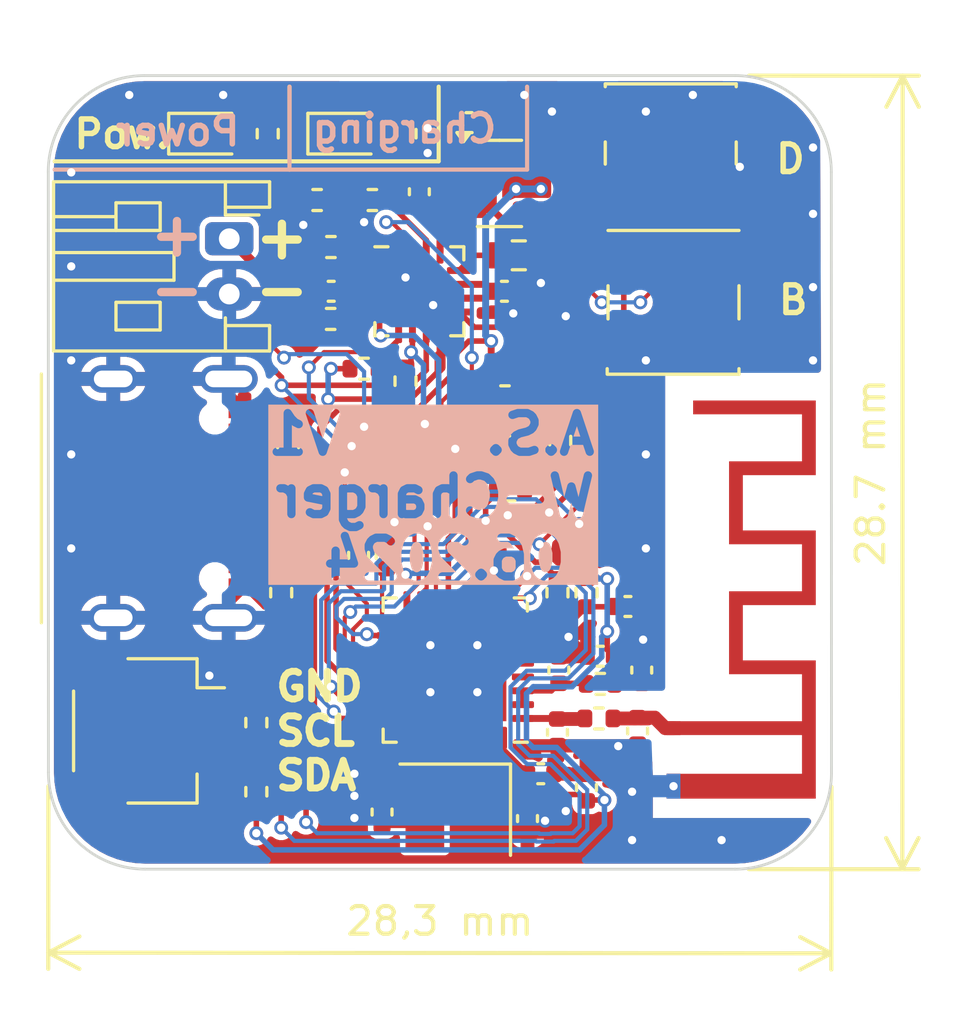
<source format=kicad_pcb>
(kicad_pcb (version 20240108) (generator "pcbnew") (generator_version "8.0")
  (layers (0 "F.Cu" signal) (31 "B.Cu" power) (34 "B.Paste" user) (35 "F.Paste" user) (36 "B.SilkS" user "B.Silkscreen") (37 "F.SilkS" user "F.Silkscreen") (38 "B.Mask" user) (39 "F.Mask" user) (44 "Edge.Cuts" user))
  (net 0 "")
  (net 1 "GND")
  (net 2 "EXTI")
  (net 3 "Net-(AE1-A)")
  (net 4 "Net-(U3-LNA_IN)")
  (net 5 "Net-(C7-Pad2)")
  (net 6 "VCC")
  (net 7 "+BATT")
  (net 8 "NPGOOD")
  (net 9 "Net-(D4-A)")
  (net 10 "NCHG")
  (net 11 "+3.3V")
  (net 12 "Net-(D5-A)")
  (net 13 "Net-(U1-CC1)")
  (net 14 "Net-(U1-CC2)")
  (net 15 "CHIP_EN")
  (net 16 "USB_D+")
  (net 17 "USB_D-")
  (net 18 "Net-(U2-TS)")
  (net 19 "Net-(U2-ISET)")
  (net 20 "MCU_SCL")
  (net 21 "Net-(U2-ILIM)")
  (net 24 "NCE")
  (net 29 "Net-(U3-GPIO9)")
  (net 30 "TMR")
  (net 31 "EN1")
  (net 32 "Net-(D1-BK)")
  (net 33 "EN2")
  (net 34 "TD")
  (net 35 "MCU_SDA")
  (net 36 "Net-(D1-GK)")
  (net 37 "Net-(D1-RK)")
  (net 40 "Grün")
  (net 41 "Blau")
  (net 42 "Rot")
  (net 43 "Net-(U3-XTAL_P)")
  (net 44 "Net-(U3-XTAL_N)")
  (net 45 "Net-(U5-EN)")
  (footprint "Package_TO_SOT_SMD:SOT-23-5" (layer "F.Cu") (at 145.3 71.5)
    (property "Reference" "U5" (hide yes))
    (property "Value" "WL9003S5-33")
  )
  (footprint "Capacitor_SMD:C_0402_1005Metric" (layer "F.Cu") (at 150.3 91.3 -90)
    (property "Reference" "C3" (hide yes))
    (property "Value" "3p3_0402_C0G_50V")
  )
  (footprint "Resistor_SMD:R_0402_1005Metric" (layer "F.Cu") (at 137.4 86.3 -90)
    (property "Reference" "R3" (hide yes))
    (property "Value" "5k1_0402")
  )
  (footprint "Capacitor_SMD:C_0402_1005Metric" (layer "F.Cu") (at 146.795 92.85)
    (property "Reference" "C12" (hide yes))
    (property "Value" "10n_0402_X7R_50V")
  )
  (footprint "Capacitor_SMD:C_0402_1005Metric" (layer "F.Cu") (at 144.8 84.9 180)
    (property "Reference" "C5" (hide yes))
    (property "Value" "100n_0402_X7R_16V")
  )
  (footprint "Resistor_SMD:R_0402_1005Metric" (layer "F.Cu") (at 138.7 72.1 180)
    (property "Reference" "R18" (hide yes))
    (property "Value" "5k1_0402")
  )
  (footprint "LED_SMD:LED_0603_1608Metric" (layer "F.Cu") (at 139.85 69.7)
    (property "Reference" "D5" (hide yes))
    (property "Value" "0603_RED")
  )
  (footprint "Capacitor_SMD:C_0402_1005Metric" (layer "F.Cu") (at 144.2 69.3 180)
    (property "Reference" "C9" (hide yes))
    (property "Value" "1u_0402_X5R_25V")
  )
  (footprint "Resistor_SMD:R_0402_1005Metric" (layer "F.Cu") (at 141.9 78.65 90)
    (property "Reference" "R16" (hide yes))
    (property "Value" "5k1_0402")
  )
  (footprint "Package_DFN_QFN:VQFN-16-1EP_3x3mm_P0.5mm_EP1.6x1.6mm" (layer "F.Cu") (at 142.4 75.4)
    (property "Reference" "U2" (hide yes))
    (property "Value" "BQ24073RGTR")
  )
  (footprint "Resistor_SMD:R_0402_1005Metric" (layer "F.Cu") (at 136.9125 69.7 90)
    (property "Reference" "R10" (hide yes))
    (property "Value" "2k0_0402")
  )
  (footprint "Capacitor_SMD:C_0402_1005Metric" (layer "F.Cu") (at 150.45 89.1 -90)
    (property "Reference" "C4" (hide yes))
    (property "Value" "100n_0402_X7R_16V")
  )
  (footprint "Resistor_SMD:R_0402_1005Metric" (layer "F.Cu") (at 145.5 79.2 180)
    (property "Reference" "R13" (hide yes))
    (property "Value" "120_0402")
  )
  (footprint "Capacitor_SMD:C_0402_1005Metric" (layer "F.Cu") (at 146.315 94.47 -90)
    (property "Reference" "C16" (hide yes))
    (property "Value" "10p_0402_C0G_50V")
  )
  (footprint "Capacitor_SMD:C_0402_1005Metric" (layer "F.Cu") (at 140.2 84.95 90)
    (property "Reference" "C11" (hide yes))
    (property "Value" "100n_0402_X7R_16V")
  )
  (footprint "Resistor_SMD:R_0402_1005Metric" (layer "F.Cu") (at 140.7 72.1)
    (property "Reference" "R5" (hide yes))
    (property "Value" "5k1_0402")
  )
  (footprint "LEDSMD:LED_0606_1432_correct" (layer "F.Cu") (at 145.6 80.9)
    (property "Reference" "D1" (hide yes))
    (property "Value" "XL-1615RGBC-RF")
  )
  (footprint "Capacitor_SMD:C_0402_1005Metric" (layer "F.Cu") (at 147.4 91.35 -90)
    (property "Reference" "C6" (hide yes))
    (property "Value" "3p3_0402_C0G_50V")
  )
  (footprint "DPSConnector:USB-C-MC-311D" (layer "F.Cu") (at 131.32 82.89 -90)
    (property "Reference" "U1" (hide yes))
    (property "Value" "USB-C-16P-SMD" (hide yes))
  )
  (footprint "Resistor_SMD:R_0402_1005Metric" (layer "F.Cu") (at 147.5 80.8 90)
    (property "Reference" "R14" (hide yes))
    (property "Value" "120_0402")
  )
  (footprint "Resistor_SMD:R_0402_1005Metric" (layer "F.Cu") (at 141.9 69.7 90)
    (property "Reference" "R9" (hide yes))
    (property "Value" "2k0_0402")
  )
  (footprint "Resistor_SMD:R_0402_1005Metric" (layer "F.Cu") (at 139.2 73.8 180)
    (property "Reference" "R11" (hide yes))
    (property "Value" "10k_0402")
  )
  (footprint "switch:SW_SPST_TL3305B" (layer "F.Cu") (at 151.5 70.4)
    (property "Reference" "SW1" (hide yes))
    (property "Value" "TS-1187A-B-A-B")
  )
  (footprint "Capacitor_SMD:C_0402_1005Metric" (layer "F.Cu") (at 149.95 86.8 180)
    (property "Reference" "C1" (hide yes))
    (property "Value" "100n_0402_X7R_16V")
  )
  (footprint "Capacitor_SMD:C_0402_1005Metric" (layer "F.Cu") (at 145.48 75.4)
    (property "Reference" "C20" (hide yes))
    (property "Value" "4u7_0402_X5R _10V")
  )
  (footprint "Resistor_SMD:R_0402_1005Metric" (layer "F.Cu") (at 148.45 86.3 90)
    (property "Reference" "R1" (hide yes))
    (property "Value" "5k1_0402")
  )
  (footprint "Resistor_SMD:R_0402_1005Metric" (layer "F.Cu") (at 136.5 91 90)
    (property "Reference" "R7" (hide yes))
    (property "Value" "5k1_0402")
  )
  (footprint "Capacitor_SMD:C_0402_1005Metric" (layer "F.Cu") (at 148.45 93.35 90)
    (property "Reference" "C15" (hide yes))
    (property "Value" "1u_0402_X5R_25V")
  )
  (footprint "Resistor_SMD:R_0402_1005Metric" (layer "F.Cu") (at 148.9 90.85 180)
    (property "Reference" "L1" (hide yes))
    (property "Value" "2n2H_0403_500mA")
  )
  (footprint "LED_SMD:LED_0603_1608Metric" (layer "F.Cu") (at 134.8125 69.7)
    (property "Reference" "D4" (hide yes))
    (property "Value" "0603_WHITE")
  )
  (footprint "Resistor_SMD:R_0402_1005Metric" (layer "F.Cu") (at 137.65 80.9 90)
    (property "Reference" "R2" (hide yes))
    (property "Value" "5k1_0402")
  )
  (footprint "Resistor_SMD:R_0603_1608Metric" (layer "F.Cu") (at 146 74.1)
    (property "Reference" "R15" (hide yes))
    (property "Value" "1k5_0603")
  )
  (footprint "Resistor_SMD:R_0402_1005Metric" (layer "F.Cu") (at 136.5 93.5 -90)
    (property "Reference" "R8" (hide yes))
    (property "Value" "5k1_0402")
  )
  (footprint "Resistor_SMD:R_0402_1005Metric" (layer "F.Cu") (at 140.4 78.2 180)
    (property "Reference" "R17" (hide yes))
    (property "Value" "5k1_0402")
  )
  (footprint "switch:SW_SPST_TL3305B" (layer "F.Cu") (at 151.6 75.8 180)
    (property "Reference" "SW2" (hide yes))
    (property "Value" "TS-1187A-B-A-B")
  )
  (footprint "RF_Antenna:Texas_SWRA117D_2.4GHz_Left" (layer "F.Cu") (at 151.6 91.2 -90)
    (property "Reference" "AE1" (hide yes))
    (property "Value" "KH-3216-H0209" (hide yes))
  )
  (footprint "Capacitor_SMD:C_0402_1005Metric" (layer "F.Cu") (at 139.21 75.4 180)
    (property "Reference" "C21" (hide yes))
    (property "Value" "4u7_0402_X5R _10V")
  )
  (footprint "Capacitor_SMD:C_0402_1005Metric" (layer "F.Cu") (at 141.2 84.95 90)
    (property "Reference" "C14" (hide yes))
    (property "Value" "1u_0402_X5R_25V")
  )
  (footprint "Connector_JST:JST_PH_S2B-PH-K_1x02_P2.00mm_Horizontal" (layer "F.Cu") (at 135.52 73.5 -90)
    (property "Reference" "J2" (hide yes))
    (property "Value" "DPS_PPS_Right_Angle")
  )
  (footprint "Resistor_SMD:R_0402_1005Metric" (layer "F.Cu") (at 139.19 76.4)
    (property "Reference" "R4" (hide yes))
    (property "Value" "5k1_0402")
  )
  (footprint "Resistor_SMD:R_0402_1005Metric" (layer "F.Cu") (at 148.95 89.6 180)
    (property "Reference" "L2" (hide yes))
    (property "Value" "2nH_0403_900mA")
  )
  (footprint "Capacitor_SMD:C_0402_1005Metric" (layer "F.Cu") (at 147.45 89.1 -90)
    (property "Reference" "C7" (hide yes))
    (property "Value" "100n_0402_X7R_16V")
  )
  (footprint "Package_DFN_QFN:QFN-32-1EP_5x5mm_P0.5mm_EP3.7x3.7mm" (layer "F.Cu") (at 143.7 89.1 180)
    (property "Reference" "U3" (hide yes))
    (property "Value" "ESP32-C3")
  )
  (footprint "Capacitor_SMD:C_0402_1005Metric" (layer "F.Cu") (at 148.95 88.6)
    (property "Reference" "C2" (hide yes))
    (property "Value" "10u_0402_X5R_6V3")
  )
  (footprint "Resistor_SMD:R_0402_1005Metric" (layer "F.Cu") (at 145.7 82.6)
    (property "Reference" "R12" (hide yes))
    (property "Value" "120_0402")
  )
  (footprint "Resistor_SMD:R_0402_1005Metric" (layer "F.Cu") (at 147.4 86.3 90)
    (property "Reference" "R6" (hide yes))
    (property "Value" "5k1_0402")
  )
  (footprint "Connector_JST:JST_SH_SM03B-SRSS-TB_1x03-1MP_P1.00mm_Horizontal" (layer "F.Cu") (at 132.57 91.3 -90)
    (property "Reference" "J1" (hide yes))
    (property "Value" "HCZZ0039-3")
  )
  (footprint "Capacitor_SMD:C_0402_1005Metric" (layer "F.Cu") (at 142.4 71.8 90)
    (property "Reference" "C19" (hide yes))
    (property "Value" "1u_0402_X5R_25V")
  )
  (footprint "Crystal:Crystal_SMD_3225-4Pin_3.2x2.5mm" (layer "F.Cu") (at 143.7 94.15 180)
    (property "Reference" "Y1" (hide yes))
    (property "Value" "40MHz_S3240000151040")
  )
  (footprint "Capacitor_SMD:C_0402_1005Metric" (layer "F.Cu") (at 141.05 94.234999 90)
    (property "Reference" "C17" (hide yes))
    (property "Value" "10p_0402_C0G_50V")
  )
  (gr_line (start 137.7 71) (end 146.3 71) (stroke (width 0.15)) (layer "B.SilkS"))
  (gr_line (start 137.7 68) (end 137.7 71) (stroke (width 0.15)) (layer "B.SilkS"))
  (gr_line (start 137.7 71) (end 129.2 71) (stroke (width 0.15)) (layer "B.SilkS"))
  (gr_line (start 146.3 71) (end 146.3 68) (stroke (width 0.15)) (layer "B.SilkS"))
  (gr_line (start 137.7 70.7) (end 129.2 70.7) (stroke (width 0.15)) (layer "F.SilkS"))
  (gr_line (start 137.7 70.7) (end 143.1 70.7) (stroke (width 0.15)) (layer "F.SilkS"))
  (gr_line (start 143.1 70.7) (end 143.1 68) (stroke (width 0.15)) (layer "F.SilkS"))
  (gr_line (start 137.7 68) (end 137.7 70.7) (stroke (width 0.15)) (layer "F.SilkS"))
  (gr_line (start 128.96856 71.074874) (end 128.974874 92.8) (stroke (width 0.1)) (layer "Edge.Cuts"))
  (gr_line (start 153.836327 67.6) (end 132.443434 67.6) (stroke (width 0.1)) (layer "Edge.Cuts"))
  (gr_arc (start 153.836632 67.600049) (mid 156.299968 68.624104) (end 157.311461 71.092649) (stroke (width 0.1)) (layer "Edge.Cuts"))
  (gr_arc (start 132.474874 96.3) (mid 130.000008 95.274866) (end 128.974874 92.8) (stroke (width 0.1)) (layer "Edge.Cuts"))
  (gr_line (start 132.474874 96.3) (end 153.825137 96.3) (stroke (width 0.1)) (layer "Edge.Cuts"))
  (gr_line (start 157.311461 71.092649) (end 157.317737 92.825171) (stroke (width 0.1)) (layer "Edge.Cuts"))
  (gr_arc (start 157.317737 92.825171) (mid 156.293694 95.288526) (end 153.825137 96.3) (stroke (width 0.1)) (layer "Edge.Cuts"))
  (gr_arc (start 128.96856 71.074874) (mid 129.986331 68.617758) (end 132.443434 67.6) (stroke (width 0.1)) (layer "Edge.Cuts"))
  (gr_text "A.S.     V1\nW-Charger\n 06.2024" (at 148.9 85.9 0) (layer "B.SilkS" knockout) (effects (font (size 1.4 1.4) (thickness 0.3) (bold yes)) (justify left bottom mirror)))
  (gr_text "-" (at 132.5 76.2 0) (layer "B.SilkS") (effects (font (size 1.5 1.5) (thickness 0.3) (bold yes)) (justify left bottom)))
  (gr_text "Power" (at 136 70.2 0) (layer "B.SilkS") (effects (font (size 1 1) (thickness 0.2)) (justify left bottom mirror)))
  (gr_text "+" (at 132.5 74.2 0) (layer "B.SilkS") (effects (font (size 1.5 1.5) (thickness 0.3) (bold yes)) (justify left bottom)))
  (gr_text "Charging" (at 145.3 70.1 0) (layer "B.SilkS") (effects (font (size 1 1) (thickness 0.2)) (justify left bottom mirror)))
  (gr_text "+" (at 136.3 74.3 0) (layer "F.SilkS") (effects (font (size 1.5 1.5) (thickness 0.3) (bold yes)) (justify left bottom)))
  (gr_text "-" (at 136.3 76.2 0) (layer "F.SilkS") (effects (font (size 1.5 1.5) (thickness 0.3) (bold yes)) (justify left bottom)))
  (gr_text "B" (at 155.3 76.3 0) (layer "F.SilkS") (effects (font (size 1 1) (thickness 0.2)) (justify left bottom)))
  (gr_text "Pow.\n" (at 129.8 70.3 0) (layer "F.SilkS") (effects (font (size 1 1) (thickness 0.2)) (justify left bottom)))
  (gr_text "D" (at 155.2 71.2 0) (layer "F.SilkS") (effects (font (size 1 1) (thickness 0.2)) (justify left bottom)))
  (gr_text "GND\nSCL\nSDA" (at 137.1 93.5 0) (layer "F.SilkS") (effects (font (size 1 1) (thickness 0.25) (bold yes)) (justify left bottom)))
  (dimension (type aligned) (layer "F.SilkS") (pts (xy 153.825137 96.3) (xy 153.836327 67.6)) (height 6.05706) (gr_text "28,7 mm" (at 158.737792 81.951914 89.97766064) (layer "F.SilkS") (effects (font (size 1 1) (thickness 0.15)))) (format (prefix "") (suffix "") (units 2) (units_format 1) (precision 4) suppress_zeroes) (style (thickness 0.15) (arrow_length 1.27) (text_position_mode 0) (extension_height 0.58642) (extension_offset 0.5) keep_text_aligned))
  (dimension (type aligned) (layer "F.SilkS") (pts (xy 128.974874 92.8) (xy 157.317737 92.825171)) (height 6.519419) (gr_text "28,3 mm" (at 143.141537 98.182002 359.9491142) (layer "F.SilkS") (effects (font (size 1 1) (thickness 0.15)))) (format (prefix "") (suffix "") (units 2) (units_format 1) (precision 4) (override_value "28,3") suppress_zeroes) (style (thickness 0.15) (arrow_length 1.27) (text_position_mode 0) (extension_height 0.58642) (extension_offset 0.5) keep_text_aligned))
  (segment (start 150.5 88) (end 150.5 86.87) (width 0.35) (layer "F.Cu") (net 1))
  (segment (start 146.55 94.95) (end 146.315 94.95) (width 0.35) (layer "F.Cu") (net 1))
  (segment (start 141.504999 93.3) (end 141.05 93.754999) (width 0.35) (layer "F.Cu") (net 1))
  (segment (start 145.1 85.5) (end 145.28 85.32) (width 0.2) (layer "F.Cu") (net 1))
  (segment (start 138.2 73) (end 138.69 73.49) (width 0.35) (layer "F.Cu") (net 1))
  (segment (start 142.92 71.12) (end 143.3 71.5) (width 0.35) (layer "F.Cu") (net 1))
  (segment (start 138.73 75.4) (end 138.73 76.35) (width 0.35) (layer "F.Cu") (net 1))
  (segment (start 134.57 89.53) (end 134.8 89.3) (width 0.35) (layer "F.Cu") (net 1))
  (segment (start 150.5 88) (end 150.45 88.05) (width 0.35) (layer "F.Cu") (net 1))
  (segment (start 138.2 73) (end 138.19 72.99) (width 0.35) (layer "F.Cu") (net 1))
  (segment (start 149.2 91.83) (end 148.45 92.58) (width 0.35) (layer "F.Cu") (net 1))
  (segment (start 142.7 71.12) (end 142.4 71.42) (width 0.35) (layer "F.Cu") (net 1))
  (segment (start 142.8 76) (end 142.9 75.9) (width 0.35) (layer "F.Cu") (net 1))
  (segment (start 148.45 92.58) (end 148.45 92.87) (width 0.35) (layer "F.Cu") (net 1))
  (segment (start 145.28 84.9) (end 145.28 85.22) (width 0.2) (layer "F.Cu") (net 1))
  (segment (start 138.63 75.5) (end 138.73 75.4) (width 0.35) (layer "F.Cu") (net 1))
  (segment (start 140.5 84.47) (end 140.78 84.47) (width 0.15) (layer "F.Cu") (net 1))
  (segment (start 146.95 94.55) (end 146.55 94.95) (width 0.35) (layer "F.Cu") (net 1))
  (segment (start 146.8 74.125) (end 146.825 74.1) (width 0.35) (layer "F.Cu") (net 1))
  (segment (start 145.28 85.32) (end 145.28 84.9) (width 0.2) (layer "F.Cu") (net 1))
  (segment (start 142.9 75.9) (end 142.8 75.8) (width 0.35) (layer "F.Cu") (net 1))
  (segment (start 137.4 86.81) (end 136.79 86.81) (width 0.2) (layer "F.Cu") (net 1))
  (segment (start 147.8 87.9) (end 147.8 87.93) (width 0.35) (layer "F.Cu") (net 1))
  (segment (start 148.45 92.87) (end 147.295 92.87) (width 0.35) (layer "F.Cu") (net 1))
  (segment (start 140.5 93.3) (end 142.6 93.3) (width 0.35) (layer "F.Cu") (net 1))
  (segment (start 138.69 73.49) (end 138.69 73.8) (width 0.35) (layer "F.Cu") (net 1))
  (segment (start 143.15 78.229999) (end 142.219999 79.16) (width 0.2) (layer "F.Cu") (net 1))
  (segment (start 137.7 80.44) (end 136.95 79.69) (width 0.15) (layer "F.Cu") (net 1))
  (segment (start 135.52 78.55) (end 135.5 78.57) (width 0.35) (layer "F.Cu") (net 1))
  (segment (start 147.295 92.87) (end 147.275 92.85) (width 0.35) (layer "F.Cu") (net 1))
  (segment (start 150.38 91.85) (end 150.4 91.83) (width 0.35) (layer "F.Cu") (net 1))
  (segment (start 146.8 75.1) (end 146.8 74.125) (width 0.35) (layer "F.Cu") (net 1))
  (segment (start 140.05 92.85) (end 140.5 93.3) (width 0.35) (layer "F.Cu") (net 1))
  (segment (start 138.73 76.35) (end 138.68 76.4) (width 0.35) (layer "F.Cu") (net 1))
  (segment (start 141.5 84.47) (end 141.5 83.75) (width 0.15) (layer "F.Cu") (net 1))
  (segment (start 143.15 76.8375) (end 143.15 76.15) (width 0.2) (layer "F.Cu") (net 1))
  (segment (start 145.96 75.4) (end 145.96 76.04) (width 0.35) (layer "F.Cu") (net 1))
  (segment (start 147.7 76.8) (end 148.5 77.6) (width 0.35) (layer "F.Cu") (net 1))
  (segment (start 143.3 71.5) (end 144.1625 71.5) (width 0.35) (layer "F.Cu") (net 1))
  (segment (start 136.95 79.69) (end 136.07 79.69) (width 0.15) (layer "F.Cu") (net 1))
  (segment (start 147.45 88.25) (end 147.45 88.62) (width 0.35) (layer "F.Cu") (net 1))
  (segment (start 142.6 93.3) (end 141.504999 93.3) (width 0.35) (layer "F.Cu") (net 1))
  (segment (start 143.15 76.8375) (end 143.15 78.229999) (width 0.2) (layer "F.Cu") (net 1))
  (segment (start 135.5 86.66) (end 136.07 86.09) (width 0.35) (layer "F.Cu") (net 1))
  (segment (start 150.5 86.87) (end 150.43 86.8) (width 0.35) (layer "F.Cu") (net 1))
  (segment (start 135.5 78.57) (end 135.5 79.12) (width 0.35) (layer "F.Cu") (net 1))
  (segment (start 149.6 91.85) (end 150.38 91.85) (width 0.35) (layer "F.Cu") (net 1))
  (segment (start 142.8 75.8) (end 142.8 75.7) (width 0.35) (layer "F.Cu") (net 1))
  (segment (start 134.57 90.3) (end 134.57 89.53) (width 0.35) (layer "F.Cu") (net 1))
  (segment (start 150.4 91.83) (end 149.2 91.83) (width 0.35) (layer "F.Cu") (net 1))
  (segment (start 142.7 71.12) (end 142.92 71.12) (width 0.35) (layer "F.Cu") (net 1))
  (segment (start 140.4 72.31) (end 140.19 72.1) (width 0.35) (layer "F.Cu") (net 1))
  (segment (start 135.52 75.5) (end 138.63 75.5) (width 0.35) (layer "F.Cu") (net 1))
  (segment (start 142.7 69.5) (end 142.9 69.3) (width 0.35) (layer "F.Cu") (net 1))
  (segment (start 142.7 70.4) (end 142.7 69.5) (width 0.35) (layer "F.Cu") (net 1))
  (segment (start 145.96 76.04) (end 145.8 76.2) (width 0.35) (layer "F.Cu") (net 1))
  (segment (start 147.7 76.3) (end 147.7 76.8) (width 0.35) (layer "F.Cu") (net 1))
  (segment (start 142.9 69.3) (end 143.72 69.3) (width 0.35) (layer "F.Cu") (net 1))
  (segment (start 147.8 87.9) (end 147.45 88.25) (width 0.35) (layer "F.Cu") (net 1))
  (segment (start 150.45 88.05) (end 150.45 88.62) (width 0.35) (layer "F.Cu") (net 1))
  (segment (start 142.219999 79.16) (end 141.9 79.16) (width 0.2) (layer "F.Cu") (net 1))
  (segment (start 138.19 72.99) (end 138.19 72.1) (width 0.35) (layer "F.Cu") (net 1))
  (segment (start 140.4 72.9) (end 140.4 72.31) (width 0.35) (layer "F.Cu") (net 1))
  (segment (start 144.8 95) (end 146.265 95) (width 0.35) (layer "F.Cu") (net 1))
  (segment (start 143.15 76.15) (end 142.9 75.9) (width 0.2) (layer "F.Cu") (net 1))
  (segment (start 135.5 87.21) (end 135.5 86.66) (width 0.35) (layer "F.Cu") (net 1))
  (segment (start 140.78 84.47) (end 141.5 83.75) (width 0.15) (layer "F.Cu") (net 1))
  (segment (start 146.265 95) (end 146.315 94.95) (width 0.35) (layer "F.Cu") (net 1))
  (segment (start 136.79 86.81) (end 136.07 86.09) (width 0.2) (layer "F.Cu") (net 1))
  (segment (start 147.8 87.93) (end 148.47 88.6) (width 0.35) (layer "F.Cu") (net 1))
  (segment (start 137.9 80.44) (end 137.7 80.44) (width 0.15) (layer "F.Cu") (net 1))
  (segment (start 135.5 79.12) (end 136.07 79.69) (width 0.35) (layer "F.Cu") (net 1))
  (segment (start 142.7 70.4) (end 142.7 71.12) (width 0.35) (layer "F.Cu") (net 1))
  (via (at 140.4 72.9) (size 0.5) (drill 0.3) (layers "F.Cu" "B.Cu") (net 1))
  (via (at 129.8 74.5) (size 0.5) (drill 0.3) (layers "F.Cu" "B.Cu") (net 1))
  (via (at 138.2 73) (size 0.5) (drill 0.3) (layers "F.Cu" "B.Cu") (net 1))
  (via (at 140.05 94.45) (size 0.5) (drill 0.3) (layers "F.Cu" "B.Cu") (net 1))
  (via (at 150.1 95.25) (size 0.5) (drill 0.3) (layers "F.Cu" "B.Cu") (net 1))
  (via (at 141.9 74.9) (size 0.5) (drill 0.3) (layers "F.Cu" "B.Cu") (net 1))
  (via (at 147.7 76.3) (size 0.5) (drill 0.3) (layers "F.Cu" "B.Cu") (net 1))
  (via (at 142.7 70.4) (size 0.5) (drill 0.3) (layers "F.Cu" "B.Cu") (net 1))
  (via (at 142.8 89.9) (size 0.5) (drill 0.3) (layers "F.Cu" "B.Cu") (net 1))
  (via (at 154 70.9) (size 0.5) (drill 0.3) (layers "F.Cu" "B.Cu") (net 1))
  (via (at 150.5 88) (size 0.5) (drill 0.3) (layers "F.Cu" "B.Cu") (net 1))
  (via (at 134.8 89.3) (size 0.5) (drill 0.3) (layers "F.Cu" "B.Cu") (net 1))
  (via (at 129.8 81.3) (size 0.5) (drill 0.3) (layers "F.Cu" "B.Cu") (net 1))
  (via (at 142.8 88.2) (size 0.5) (drill 0.3) (layers "F.Cu" "B.Cu") (net 1))
  (via (at 150.6 81.3) (size 0.5) (drill 0.3) (layers "F.Cu" "B.Cu") (net 1))
  (via (at 156.65 72.6) (size 0.5) (drill 0.3) (layers "F.Cu" "B.Cu") (net 1))
  (via (at 135.3 68.3) (size 0.5) (drill 0.3) (layers "F.Cu" "B.Cu") (net 1))
  (via (at 144.5 88.2) (size 0.5) (drill 0.3) (layers "F.Cu" "B.Cu") (net 1))
  (via (at 141.5 83.75) (size 0.5) (drill 0.3) (layers "F.Cu" "B.Cu") (net 1))
  (via (at 145.8 76.2) (size 0.5) (drill 0.3) (layers "F.Cu" "B.Cu") (net 1))
  (via (at 147.2 68.9) (size 0.5) (drill 0.3) (layers "F.Cu" "B.Cu") (net 1))
  (via (at 129.8 71.1) (size 0.5) (drill 0.3) (layers "F.Cu" "B.Cu") (net 1))
  (via (at 142.7 69.5) (size 0.5) (drill 0.3) (layers "F.Cu" "B.Cu") (net 1))
  (via (at 150.1 93.5) (size 0.5) (drill 0.3) (layers "F.Cu" "B.Cu") (net 1))
  (via (at 146.95 94.55) (size 0.5) (drill 0.3) (layers "F.Cu" "B.Cu") (net 1))
  (via (at 147.8 87.9) (size 0.5) (drill 0.3) (layers "F.Cu" "B.Cu") (net 1))
  (via (at 129.8 77.9) (size 0.5) (drill 0.3) (layers "F.Cu" "B.Cu") (net 1))
  (via (at 150.6 84.7) (size 0.5) (drill 0.3) (layers "F.Cu" "B.Cu") (net 1))
  (via (at 140.05 93.65) (size 0.5) (drill 0.3) (layers "F.Cu" "B.Cu") (net 1))
  (via (at 153.34 95.25) (size 0.5) (drill 0.3) (layers "F.Cu" "B.Cu") (net 1))
  (via (at 156.65 75.25) (size 0.5) (drill 0.3) (layers "F.Cu" "B.Cu") (net 1))
  (via (at 150.6 77.9) (size 0.5) (drill 0.3) (layers "F.Cu" "B.Cu") (net 1))
  (via (at 144.5 89.9) (size 0.5) (drill 0.3) (layers "F.Cu" "B.Cu") (net 1))
  (via (at 156.65 77.9) (size 0.5) (drill 0.3) (layers "F.Cu" "B.Cu") (net 1))
  (via (at 129.8 84.7) (size 0.5) (drill 0.3) (layers "F.Cu" "B.Cu") (net 1))
  (via (at 131.9 68.3) (size 0.5) (drill 0.3) (layers "F.Cu" "B.Cu") (net 1))
  (via (at 156.65 70.2) (size 0.5) (drill 0.3) (layers "F.Cu" "B.Cu") (net 1))
  (via (at 140.05 92.85) (size 0.5) (drill 0.3) (layers "F.Cu" "B.Cu") (net 1))
  (via (at 152.3 68.3) (size 0.5) (drill 0.3) (layers "F.Cu" "B.Cu") (net 1))
  (via (at 145.1 85.5) (size 0.5) (drill 0.3) (layers "F.Cu" "B.Cu") (net 1))
  (via (at 146.2 68.3) (size 0.5) (drill 0.3) (layers "F.Cu" "B.Cu") (net 1))
  (via (at 146.8 75.1) (size 0.5) (drill 0.3) (layers "F.Cu" "B.Cu") (net 1))
  (via (at 142.9 75.9) (size 0.5) (drill 0.3) (layers "F.Cu" "B.Cu") (net 1))
  (via (at 150.6 68.9) (size 0.5) (drill 0.3) (layers "F.Cu" "B.Cu") (net 1))
  (via (at 147.7 94.2) (size 0.5) (drill 0.3) (layers "F.Cu" "B.Cu") (net 1))
  (via (at 149.6 91.85) (size 0.5) (drill 0.3) (layers "F.Cu" "B.Cu") (net 1))
  (segment (start 146.91 88.35) (end 146.91 88.082893) (width 0.2) (layer "F.Cu") (net 2))
  (segment (start 148.45 86.81) (end 149.46 86.81) (width 0.2) (layer "F.Cu") (net 2))
  (segment (start 149.8 86.47) (end 149.8 73.2) (width 0.2) (layer "F.Cu") (net 2))
  (segment (start 147.592893 87.4) (end 147.86 87.4) (width 0.2) (layer "F.Cu") (net 2))
  (segment (start 149.46 86.81) (end 149.47 86.8) (width 0.2) (layer "F.Cu") (net 2))
  (segment (start 149.8 73.2) (end 148.7 72.1) (width 0.2) (layer "F.Cu") (net 2))
  (segment (start 148.7 72.1) (end 154 72.1) (width 0.2) (layer "F.Cu") (net 2))
  (segment (start 146.15 88.35) (end 146.91 88.35) (width 0.2) (layer "F.Cu") (net 2))
  (segment (start 146.91 88.082893) (end 147.592893 87.4) (width 0.2) (layer "F.Cu") (net 2))
  (segment (start 147.86 87.4) (end 148.45 86.81) (width 0.2) (layer "F.Cu") (net 2))
  (segment (start 149.47 86.8) (end 149.8 86.47) (width 0.2) (layer "F.Cu") (net 2))
  (segment (start 154 72.1) (end 154.5 72.6) (width 0.2) (layer "F.Cu") (net 2))
  (segment (start 150.92 90.82) (end 151.3 91.2) (width 0.5) (layer "F.Cu") (net 3))
  (segment (start 150.27 90.85) (end 150.3 90.82) (width 0.5) (layer "F.Cu") (net 3))
  (segment (start 150.382038 90.85) (end 150.68 90.85) (width 0.5) (layer "F.Cu") (net 3))
  (segment (start 149.41 90.85) (end 150.27 90.85) (width 0.5) (layer "F.Cu") (net 3))
  (segment (start 151.3 91.2) (end 151.6 91.2) (width 0.5) (layer "F.Cu") (net 3))
  (segment (start 150.3 90.82) (end 150.92 90.82) (width 0.5) (layer "F.Cu") (net 3))
  (segment (start 147.7 90.87) (end 148.1 90.87) (width 0.5) (layer "F.Cu") (net 4))
  (segment (start 147.68 90.85) (end 147.7 90.87) (width 0.15) (layer "F.Cu") (net 4))
  (segment (start 146.15 90.85) (end 147.68 90.85) (width 0.25) (layer "F.Cu") (net 4))
  (segment (start 147.18 89.85) (end 147.45 89.58) (width 0.2) (layer "F.Cu") (net 5))
  (segment (start 146.15 90.35) (end 146.15 89.85) (width 0.2) (layer "F.Cu") (net 5))
  (segment (start 147.45 89.58) (end 148.42 89.58) (width 0.2) (layer "F.Cu") (net 5))
  (segment (start 148.42 89.58) (end 148.44 89.6) (width 0.2) (layer "F.Cu") (net 5))
  (segment (start 146.15 89.85) (end 147.18 89.85) (width 0.2) (layer "F.Cu") (net 5))
  (segment (start 133.2 78) (end 131.3 76.1) (width 0.35) (layer "F.Cu") (net 6))
  (segment (start 134.6 84.312269) (end 134.6 81.467731) (width 0.35) (layer "F.Cu") (net 6))
  (segment (start 135.2 70.9) (end 141.02 70.9) (width 0.35) (layer "F.Cu") (net 6))
  (segment (start 134.6 81.467731) (end 133.2 80.067731) (width 0.35) (layer "F.Cu") (net 6))
  (segment (start 134.5 68.9) (end 134.8 69.2) (width 0.35) (layer "F.Cu") (net 6))
  (segment (start 135.283866 80.75) (end 134.6 81.433866) (width 0.34) (layer "F.Cu") (net 6))
  (segment (start 134.6 81.433866) (end 134.6 81.467731) (width 0.34) (layer "F.Cu") (net 6))
  (segment (start 135.317731 80.75) (end 135.283866 80.75) (width 0.34) (layer "F.Cu") (net 6))
  (segment (start 136.07 85.29) (end 135.577731 85.29) (width 0.35) (layer "F.Cu") (net 6))
  (segment (start 133.2 80.067731) (end 133.2 78) (width 0.35) (layer "F.Cu") (net 6))
  (segment (start 135.577731 85.29) (end 135.317731 85.03) (width 0.34) (layer "F.Cu") (net 6))
  (segment (start 135.223865 85.03) (end 134.6 84.406135) (width 0.34) (layer "F.Cu") (net 6))
  (segment (start 131.6 68.9) (end 134.5 68.9) (width 0.35) (layer "F.Cu") (net 6))
  (segment (start 135.577731 80.49) (end 136.07 80.49) (width 0.35) (layer "F.Cu") (net 6))
  (segment (start 141.02 70.9) (end 142.4 72.28) (width 0.35) (layer "F.Cu") (net 6))
  (segment (start 134.6 84.406135) (end 134.6 84.312269) (width 0.34) (layer "F.Cu") (net 6))
  (segment (start 134.8 69.2) (end 134.8 70.5) (width 0.35) (layer "F.Cu") (net 6))
  (segment (start 142.4 72.6) (end 143.15 73.35) (width 0.25) (layer "F.Cu") (net 6))
  (segment (start 131.3 69.2) (end 131.6 68.9) (width 0.35) (layer "F.Cu") (net 6))
  (segment (start 134.8 70.5) (end 135.2 70.9) (width 0.35) (layer "F.Cu") (net 6))
  (segment (start 142.4 72.38) (end 142.4 72.6) (width 0.25) (layer "F.Cu") (net 6))
  (segment (start 135.577731 80.49) (end 135.317731 80.75) (width 0.34) (layer "F.Cu") (net 6))
  (segment (start 135.317731 85.03) (end 135.223865 85.03) (width 0.34) (layer "F.Cu") (net 6))
  (segment (start 131.3 76.1) (end 131.3 69.2) (width 0.35) (layer "F.Cu") (net 6))
  (segment (start 143.15 73.35) (end 143.15 73.9625) (width 0.25) (layer "F.Cu") (net 6))
  (segment (start 139.1 74.6) (end 139.69 75.19) (width 0.35) (layer "F.Cu") (net 7))
  (segment (start 139.69 75.19) (end 139.69 75.4) (width 0.35) (layer "F.Cu") (net 7))
  (segment (start 135.52 73.5) (end 136.62 74.6) (width 0.35) (layer "F.Cu") (net 7))
  (segment (start 140.2 75.4) (end 140.45 75.15) (width 0.25) (layer "F.Cu") (net 7))
  (segment (start 139.69 75.4) (end 140.2 75.4) (width 0.35) (layer "F.Cu") (net 7))
  (segment (start 136.62 74.6) (end 139.1 74.6) (width 0.35) (layer "F.Cu") (net 7))
  (segment (start 140.45 75.65) (end 140.9625 75.65) (width 0.25) (layer "F.Cu") (net 7))
  (segment (start 140.2 75.4) (end 140.45 75.65) (width 0.25) (layer "F.Cu") (net 7))
  (segment (start 140.45 75.15) (end 140.9625 75.15) (width 0.25) (layer "F.Cu") (net 7))
  (segment (start 140 87.628248) (end 140.5 87.128248) (width 0.15) (layer "F.Cu") (net 8))
  (segment (start 132.4125 69.7) (end 133.7125 69.7) (width 0.2) (layer "F.Cu") (net 8))
  (segment (start 140.5 86.7) (end 139.688 85.888) (width 0.15) (layer "F.Cu") (net 8))
  (segment (start 140.5 87.128248) (end 140.5 86.7) (width 0.15) (layer "F.Cu") (net 8))
  (segment (start 142.237 78.663) (end 142.65 78.25) (width 0.2) (layer "F.Cu") (net 8))
  (segment (start 137.413629 78.513629) (end 137.413629 78.8) (width 0.2) (layer "F.Cu") (net 8))
  (segment (start 141.25 88.35) (end 140.25 88.35) (width 0.15) (layer "F.Cu") (net 8))
  (segment (start 141.561312 78.663) (end 142.237 78.663) (width 0.2) (layer "F.Cu") (net 8))
  (segment (start 142.65 78.25) (end 142.65 76.8375) (width 0.2) (layer "F.Cu") (net 8))
  (segment (start 137.413629 78.8) (end 141.424312 78.8) (width 0.2) (layer "F.Cu") (net 8))
  (segment (start 139.688 84.184458) (end 139.7 84.172458) (width 0.15) (layer "F.Cu") (net 8))
  (segment (start 140.25 88.35) (end 140 88.1) (width 0.15) (layer "F.Cu") (net 8))
  (segment (start 132.2125 69.9) (end 132.2125 74.9125) (width 0.2) (layer "F.Cu") (net 8))
  (segment (start 136.4 77.5) (end 137.413629 78.513629) (width 0.2) (layer "F.Cu") (net 8))
  (segment (start 134.8 77.5) (end 136.4 77.5) (width 0.2) (layer "F.Cu") (net 8))
  (segment (start 132.2125 74.9125) (end 134.8 77.5) (width 0.2) (layer "F.Cu") (net 8))
  (segment (start 141.424312 78.8) (end 141.561312 78.663) (width 0.2) (layer "F.Cu") (net 8))
  (segment (start 139.7 84.172458) (end 139.7 81.95) (width 0.15) (layer "F.Cu") (net 8))
  (segment (start 132.2125 69.9) (end 132.4125 69.7) (width 0.2) (layer "F.Cu") (net 8))
  (segment (start 140 88.1) (end 140 87.628248) (width 0.15) (layer "F.Cu") (net 8))
  (segment (start 139.688 85.888) (end 139.688 84.184458) (width 0.15) (layer "F.Cu") (net 8))
  (via (at 139.7 81.95) (size 0.5) (drill 0.3) (layers "F.Cu" "B.Cu") (net 8))
  (via (at 137.413629 78.8) (size 0.5) (drill 0.3) (layers "F.Cu" "B.Cu") (net 8))
  (segment (start 139.7 81.95) (end 139.7 81.421752) (width 0.15) (layer "B.Cu") (net 8))
  (segment (start 137.413629 78.813629) (end 137.413629 78.8) (width 0.15) (layer "B.Cu") (net 8))
  (segment (start 139.475 80.875) (end 137.413629 78.813629) (width 0.15) (layer "B.Cu") (net 8))
  (segment (start 139.475 81.196752) (end 139.475 80.875) (width 0.15) (layer "B.Cu") (net 8))
  (segment (start 139.7 81.421752) (end 139.475 81.196752) (width 0.15) (layer "B.Cu") (net 8))
  (segment (start 136.9125 70.21) (end 135.7975 70.21) (width 0.2) (layer "F.Cu") (net 9))
  (segment (start 135.7975 70.21) (end 135.2875 69.7) (width 0.2) (layer "F.Cu") (net 9))
  (segment (start 139.0625 68.9375) (end 139.0625 69.7) (width 0.2) (layer "F.Cu") (net 10))
  (segment (start 139.7 88.2) (end 140.35 88.85) (width 0.15) (layer "F.Cu") (net 10))
  (segment (start 148.423 79.623) (end 148.423 82.877) (width 0.15) (layer "F.Cu") (net 10))
  (segment (start 139.7 87.2) (end 139.7 88.2) (width 0.15) (layer "F.Cu") (net 10))
  (segment (start 144.3875 76.7) (end 143.8375 76.15) (width 0.2) (layer "F.Cu") (net 10))
  (segment (start 146.5 76.4) (end 146.5 77.7) (width 0.15) (layer "F.Cu") (net 10))
  (segment (start 139.7 68.3) (end 139.0625 68.9375) (width 0.2) (layer "F.Cu") (net 10))
  (segment (start 146.5 77.7) (end 148.423 79.623) (width 0.15) (layer "F.Cu") (net 10))
  (segment (start 147.5 73.3) (end 147.4 73.2) (width 0.2) (layer "F.Cu") (net 10))
  (segment (start 146.5 76.4) (end 146.2 76.7) (width 0.2) (layer "F.Cu") (net 10))
  (segment (start 148.423 82.877) (end 146.75 84.55) (width 0.15) (layer "F.Cu") (net 10))
  (segment (start 147.4 73.2) (end 147.4 70.312684) (width 0.2) (layer "F.Cu") (net 10))
  (segment (start 147.5 75.372908) (end 147.5 73.3) (width 0.2) (layer "F.Cu") (net 10))
  (segment (start 139.9 87) (end 139.7 87.2) (width 0.15) (layer "F.Cu") (net 10))
  (segment (start 146.5 76.372908) (end 147.5 75.372908) (width 0.2) (layer "F.Cu") (net 10))
  (segment (start 145.387316 68.3) (end 139.7 68.3) (width 0.2) (layer "F.Cu") (net 10))
  (segment (start 140.35 88.85) (end 141.25 88.85) (width 0.15) (layer "F.Cu") (net 10))
  (segment (start 146.2 76.7) (end 144.3875 76.7) (width 0.2) (layer "F.Cu") (net 10))
  (segment (start 147.4 70.312684) (end 145.387316 68.3) (width 0.2) (layer "F.Cu") (net 10))
  (segment (start 146.5 76.4) (end 146.5 76.372908) (width 0.2) (layer "F.Cu") (net 10))
  (via (at 139.9 87) (size 0.5) (drill 0.3) (layers "F.Cu" "B.Cu") (net 10))
  (via (at 146.75 84.55) (size 0.5) (drill 0.3) (layers "F.Cu" "B.Cu") (net 10))
  (segment (start 143.698 85.902) (end 145.098 84.502) (width 0.15) (layer "B.Cu") (net 10))
  (segment (start 140.098 86.802) (end 141.498 86.802) (width 0.15) (layer "B.Cu") (net 10))
  (segment (start 139.9 87) (end 140.098 86.802) (width 0.15) (layer "B.Cu") (net 10))
  (segment (start 142.398 85.902) (end 143.698 85.902) (width 0.15) (layer "B.Cu") (net 10))
  (segment (start 146.702 84.502) (end 146.75 84.55) (width 0.15) (layer "B.Cu") (net 10))
  (segment (start 141.498 86.802) (end 142.398 85.902) (width 0.15) (layer "B.Cu") (net 10))
  (segment (start 145.098 84.502) (end 146.702 84.502) (width 0.15) (layer "B.Cu") (net 10))
  (segment (start 139.75 70.2) (end 139.548 70.402) (width 0.2) (layer "F.Cu") (net 11))
  (segment (start 149.46 89.6) (end 150.43 89.6) (width 0.2) (layer "F.Cu") (net 11))
  (segment (start 144.2 84.92) (end 144.2 82.1) (width 0.25) (layer "F.Cu") (net 11))
  (segment (start 150.43 89.6) (end 150.45 89.58) (width 0.2) (layer "F.Cu") (net 11))
  (segment (start 144.3 78.9) (end 145 78.2) (width 0.25) (layer "F.Cu") (net 11))
  (segment (start 141.05 87.15) (end 141.25 87.35) (width 0.15) (layer "F.Cu") (net 11))
  (segment (start 145.95 70.55) (end 146.4375 70.55) (width 0.4) (layer "F.Cu") (net 11))
  (segment (start 144.68 69.3) (end 144.7 69.3) (width 0.4) (layer "F.Cu") (net 11))
  (segment (start 139.548 70.402) (end 138.1245 70.402) (width 0.2) (layer "F.Cu") (net 11))
  (segment (start 141.65 79.75) (end 141.2 79.3) (width 0.2) (layer "F.Cu") (net 11))
  (segment (start 130.695 89) (end 131.295 88.4) (width 0.2) (layer "F.Cu") (net 11))
  (segment (start 145.45 91.985) (end 146.315 92.85) (width 0.2) (layer "F.Cu") (net 11))
  (segment (start 144.68 69.3) (end 144.68 68.98) (width 0.3) (layer "F.Cu") (net 11))
  (segment (start 149.2 87.7) (end 149.2 88.37) (width 0.2) (layer "F.Cu") (net 11))
  (segment (start 130.695 93.6) (end 136.09 93.6) (width 0.2) (layer "F.Cu") (net 11))
  (segment (start 144.45 84.93) (end 144.45 86.65) (width 0.25) (layer "F.Cu") (net 11))
  (segment (start 139.2 78.2) (end 139.89 78.2) (width 0.2) (layer "F.Cu") (net 11))
  (segment (start 146.315 92.85) (end 146.315 93.159999) (width 0.2) (layer "F.Cu") (net 11))
  (segment (start 144.32 84.8) (end 144.45 84.93) (width 0.25) (layer "F.Cu") (net 11))
  (segment (start 149.2 85.8) (end 149.19 85.79) (width 0.2) (layer "F.Cu") (net 11))
  (segment (start 147.4 85.79) (end 146.81 85.2) (width 0.2) (layer "F.Cu") (net 11))
  (segment (start 144.192893 77.2) (end 143.65 77.742893) (width 0.2) (layer "F.Cu") (net 11))
  (segment (start 149.46 89.6) (end 149.46 88.63) (width 0.2) (layer "F.Cu") (net 11))
  (segment (start 141.9 85.65) (end 141.68 85.43) (width 0.2) (layer "F.Cu") (net 11))
  (segment (start 142.39 68.7) (end 141.9 69.19) (width 0.3) (layer "F.Cu") (net 11))
  (segment (start 146.315 93.159999) (end 146.555001 93.4) (width 0.2) (layer "F.Cu") (net 11))
  (segment (start 146.555001 93.4) (end 147.507107 93.4) (width 0.2) (layer "F.Cu") (net 11))
  (segment (start 149.19 85.79) (end 148.45 85.79) (width 0.2) (layer "F.Cu") (net 11))
  (segment (start 145.45 91.55) (end 144.95 91.55) (width 0.2) (layer "F.Cu") (net 11))
  (segment (start 136.5 89.8) (end 136.5 90.49) (width 0.2) (layer "F.Cu") (net 11))
  (segment (start 144.3 85.02) (end 144.2 84.92) (width 0.25) (layer "F.Cu") (net 11))
  (segment (start 143.65 78.35) (end 142.25 79.75) (width 0.2) (layer "F.Cu") (net 11))
  (segment (start 142.25 79.75) (end 141.65 79.75) (width 0.2) (layer "F.Cu") (net 11))
  (segment (start 130.695 89) (end 130.695 93.6) (width 0.2) (layer "F.Cu") (net 11))
  (segment (start 139.75 69.476054) (end 139.75 70.2) (width 0.2) (layer "F.Cu") (net 11))
  (segment (start 141.9 69.19) (end 141.708 68.998) (width 0.2) (layer "F.Cu") (net 11))
  (segment (start 149.46 88.63) (end 149.43 88.6) (width 0.2) (layer "F.Cu") (net 11))
  (segment (start 136.5 95) (end 136.5 94.01) (width 0.2) (layer "F.Cu") (net 11))
  (segment (start 140.228054 68.998) (end 139.75 69.476054) (width 0.2) (layer "F.Cu") (net 11))
  (segment (start 136.75 69.19) (end 136.75 69.25) (width 0.2) (layer "F.Cu") (net 11))
  (segment (start 149.19 85.79) (end 147.4 85.79) (width 0.2) (layer "F.Cu") (net 11))
  (segment (start 144.68 68.98) (end 144.4 68.7) (width 0.3) (layer "F.Cu") (net 11))
  (segment (start 141.2 79.3) (end 139.1 79.3) (width 0.2) (layer "F.Cu") (net 11))
  (segment (start 145.02 84.2) (end 144.32 84.9) (width 0.2) (layer "F.Cu") (net 11))
  (segment (start 148.22 93.6) (end 148.45 93.83) (width 0.2) (layer "F.Cu") (net 11))
  (segment (start 145.6 84.2) (end 145.02 84.2) (width 0.2) (layer "F.Cu") (net 11))
  (segment (start 145.45 91.55) (end 145.45 91.985) (width 0.2) (layer "F.Cu") (net 11))
  (segment (start 136.09 93.6) (end 136.5 94.01) (width 0.2) (layer "F.Cu") (net 11))
  (segment (start 148.48 93.8) (end 148.45 93.83) (width 0.2) (layer "F.Cu") (net 11))
  (segment (start 144.4 68.7) (end 142.39 68.7) (width 0.3) (layer "F.Cu") (net 11))
  (segment (start 138.1245 70.402) (end 137.04 69.3175) (width 0.2) (layer "F.Cu") (net 11))
  (segment (start 141.05 85.43) (end 141.05 87.15) (width 0.15) (layer "F.Cu") (net 11))
  (segment (start 145 78.2) (end 145 77.2) (width 0.25) (layer "F.Cu") (net 11))
  (segment (start 146.6 85.2) (end 145.6 84.2) (width 0.2) (layer "F.Cu") (net 11))
  (segment (start 149.1 93.8) (end 148.48 93.8) (width 0.2) (layer "F.Cu") (net 11))
  (segment (start 135.1 88.4) (end 136.5 89.8) (width 0.2) (layer "F.Cu") (net 11))
  (segment (start 147.507107 93.4) (end 147.707107 93.6) (width 0.2) (layer "F.Cu") (net 11))
  (segment (start 143.65 77.742893) (end 143.65 78.35) (width 0.2) (layer "F.Cu") (net 11))
  (segment (start 147.707107 93.6) (end 148.22 93.6) (width 0.2) (layer "F.Cu") (net 11))
  (segment (start 137.04 69.3175) (end 137.04 69.19) (width 0.2) (layer "F.Cu") (net 11))
  (segment (start 141.708 68.998) (end 140.228054 68.998) (width 0.2) (layer "F.Cu") (net 11))
  (segment (start 144.3 82) (end 144.3 78.9) (width 0.25) (layer "F.Cu") (net 11))
  (segment (start 145 77.2) (end 144.192893 77.2) (width 0.2) (layer "F.Cu") (net 11))
  (segment (start 141.68 85.43) (end 141.5 85.43) (width 0.2) (layer "F.Cu") (net 11))
  (segment (start 141.05 85.43) (end 141.5 85.43) (width 0.15) (layer "F.Cu") (net 11))
  (segment (start 144.7 69.3) (end 145.95 70.55) (width 0.4) (layer "F.Cu") (net 11))
  (segment (start 131.295 88.4) (end 135.1 88.4) (width 0.2) (layer "F.Cu") (net 11))
  (segment (start 144.2 82.1) (end 144.3 82) (width 0.25) (layer "F.Cu") (net 11))
  (segment (start 144.3 82) (end 144.9 81.4) (width 0.25) (layer "F.Cu") (net 11))
  (segment (start 149.2 88.37) (end 149.43 88.6) (width 0.2) (layer "F.Cu") (net 11))
  (segment (start 146.81 85.2) (end 146.6 85.2) (width 0.2) (layer "F.Cu") (net 11))
  (segment (start 140.5 85.43) (end 141.05 85.43) (width 0.15) (layer "F.Cu") (net 11))
  (via (at 149.2 85.8) (size 0.5) (drill 0.3) (layers "F.Cu" "B.Cu") (net 11))
  (via (at 146.8 71.7) (size 0.5) (drill 0.3) (layers "F.Cu" "B.Cu") (net 11))
  (via (at 136.5 95) (size 0.5) (drill 0.3) (layers "F.Cu" "B.Cu") (net 11))
  (via (at 149.2 87.7) (size 0.5) (drill 0.3) (layers "F.Cu" "B.Cu") (net 11))
  (via (at 145 77.2) (size 0.5) (drill 0.3) (layers "F.Cu" "B.Cu") (net 11))
  (via (at 145.9 71.7) (size 0.5) (drill 0.3) (layers "F.Cu" "B.Cu") (net 11))
  (via (at 141.9 85.65) (size 0.5) (drill 0.3) (layers "F.Cu" "B.Cu") (net 11))
  (via (at 139.2 78.2) (size 0.5) (drill 0.3) (layers "F.Cu" "B.Cu") (net 11))
  (via (at 139.1 79.3) (size 0.5) (drill 0.3) (layers "F.Cu" "B.Cu") (net 11))
  (via (at 149.1 93.8) (size 0.5) (drill 0.3) (layers "F.Cu" "B.Cu") (net 11))
  (segment (start 146.279 89.948092) (end 146.279 91.66017) (width 0.2) (layer "B.Cu") (net 11))
  (segment (start 149.2 85.8) (end 149.2 87.7) (width 0.2) (layer "B.Cu") (net 11))
  (segment (start 146.279 91.66017) (end 146.51683 91.898) (width 0.2) (layer "B.Cu") (net 11))
  (segment (start 145.9 71.7) (end 144.8 72.8) (width 0.25) (layer "B.Cu") (net 11))
  (segment (start 141.95 85.6) (end 143.5 85.6) (width 0.2) (layer "B.Cu") (net 11))
  (segment (start 149.2 87.7) (end 149.002 87.898) (width 0.2) (layer "B.Cu") (net 11))
  (segment (start 147.368302 91.898) (end 149.1 93.629698) (width 0.2) (layer "B.Cu") (net 11))
  (segment (start 149.1 94.7) (end 149.1 93.8) (width 0.2) (layer "B.Cu") (net 11))
  (segment (start 146.5 84) (end 147.1 84) (width 0.2) (layer "B.Cu") (net 11))
  (segment (start 149.002 88.625092) (end 147.925092 89.702) (width 0.2) (layer "B.Cu") (net 11))
  (segment (start 147.925092 89.702) (end 146.525092 89.702) (width 0.2) (layer "B.Cu") (net 11))
  (segment (start 137.104 95.604) (end 148.196 95.604) (width 0.2) (layer "B.Cu") (net 11))
  (segment (start 146.51683 91.898) (end 147.368302 91.898) (width 0.2) (layer "B.Cu") (net 11))
  (segment (start 144.9 84.2) (end 146.3 84.2) (width 0.2) (layer "B.Cu") (net 11))
  (segment (start 148.196 95.604) (end 149.1 94.7) (width 0.2) (layer "B.Cu") (net 11))
  (segment (start 149.002 87.898) (end 149.002 88.625092) (width 0.2) (layer "B.Cu") (net 11))
  (segment (start 144.8 77) (end 145 77.2) (width 0.25) (layer "B.Cu") (net 11))
  (segment (start 148.9 85.8) (end 149.2 85.8) (width 0.2) (layer "B.Cu") (net 11))
  (segment (start 143.5 85.6) (end 144.9 84.2) (width 0.2) (layer "B.Cu") (net 11))
  (segment (start 141.9 85.65) (end 141.95 85.6) (width 0.2) (layer "B.Cu") (net 11))
  (segment (start 147.1 84) (end 148.9 85.8) (width 0.2) (layer "B.Cu") (net 11))
  (segment (start 144.8 72.8) (end 144.8 77) (width 0.25) (layer "B.Cu") (net 11))
  (segment (start 149.1 93.629698) (end 149.1 93.8) (width 0.2) (layer "B.Cu") (net 11))
  (segment (start 136.5 95) (end 137.104 95.604) (width 0.2) (layer "B.Cu") (net 11))
  (segment (start 146.8 71.7) (end 145.9 71.7) (width 0.25) (layer "B.Cu") (net 11))
  (segment (start 139.1 78.3) (end 139.2 78.2) (width 0.2) (layer "B.Cu") (net 11))
  (segment (start 146.525092 89.702) (end 146.279 89.948092) (width 0.2) (layer "B.Cu") (net 11))
  (segment (start 146.3 84.2) (end 146.5 84) (width 0.2) (layer "B.Cu") (net 11))
  (segment (start 139.1 79.3) (end 139.1 78.3) (width 0.2) (layer "B.Cu") (net 11))
  (segment (start 142.1 70.21) (end 141.1475 70.21) (width 0.2) (layer "F.Cu") (net 12))
  (segment (start 141.1475 70.21) (end 140.6375 69.7) (width 0.2) (layer "F.Cu") (net 12))
  (segment (start 137.42 81.64) (end 136.07 81.64) (width 0.2) (layer "F.Cu") (net 13))
  (segment (start 137.65 81.41) (end 137.42 81.64) (width 0.2) (layer "F.Cu") (net 13))
  (segment (start 137.4 85.2) (end 136.84 84.64) (width 0.2) (layer "F.Cu") (net 14))
  (segment (start 136.84 84.64) (end 136.07 84.64) (width 0.2) (layer "F.Cu") (net 14))
  (segment (start 137.4 85.79) (end 137.4 85.2) (width 0.2) (layer "F.Cu") (net 14))
  (segment (start 147.3 87.099999) (end 147.3 86.86) (width 0.2) (layer "F.Cu") (net 15))
  (segment (start 146.549999 87.85) (end 147.3 87.099999) (width 0.2) (layer "F.Cu") (net 15))
  (segment (start 146.15 87.85) (end 146.549999 87.85) (width 0.2) (layer "F.Cu") (net 15))
  (segment (start 136.07 82.64) (end 136.925001 82.64) (width 0.2) (layer "F.Cu") (net 16))
  (segment (start 139.525 92.325) (end 142.074999 92.325) (width 0.2) (layer "F.Cu") (net 16))
  (segment (start 138.15 90.95) (end 139.525 92.325) (width 0.2) (layer "F.Cu") (net 16))
  (segment (start 142.45 91.949999) (end 142.45 91.55) (width 0.2) (layer "F.Cu") (net 16))
  (segment (start 136.9 82.85) (end 136.69 82.64) (width 0.2) (layer "F.Cu") (net 16))
  (segment (start 136.69 83.64) (end 136.9 83.43) (width 0.2) (layer "F.Cu") (net 16))
  (segment (start 136.9 83.43) (end 136.9 82.85) (width 0.2) (layer "F.Cu") (net 16))
  (segment (start 136.69 82.64) (end 136.07 82.64) (width 0.2) (layer "F.Cu") (net 16))
  (segment (start 136.950001 82.615) (end 137.0968 82.615) (width 0.2) (layer "F.Cu") (net 16))
  (segment (start 136.07 83.64) (end 136.69 83.64) (width 0.2) (layer "F.Cu") (net 16))
  (segment (start 138.15 83.6682) (end 138.15 90.95) (width 0.2) (layer "F.Cu") (net 16))
  (segment (start 136.925001 82.64) (end 136.950001 82.615) (width 0.2) (layer "F.Cu") (net 16))
  (segment (start 137.0968 82.615) (end 138.15 83.6682) (width 0.2) (layer "F.Cu") (net 16))
  (segment (start 142.074999 92.325) (end 142.45 91.949999) (width 0.2) (layer "F.Cu") (net 16))
  (segment (start 135.2 82.39) (end 135.2 82.89) (width 0.2) (layer "F.Cu") (net 17))
  (segment (start 135.45 82.14) (end 135.2 82.39) (width 0.2) (layer "F.Cu") (net 17))
  (segment (start 136.07 82.14) (end 136.925001 82.14) (width 0.2) (layer "F.Cu") (net 17))
  (segment (start 138.6 83.4818) (end 138.6 90.7) (width 0.2) (layer "F.Cu") (net 17))
  (segment (start 136.925001 82.14) (end 136.950001 82.165) (width 0.2) (layer "F.Cu") (net 17))
  (segment (start 136.950001 82.165) (end 137.2832 82.165) (width 0.2) (layer "F.Cu") (net 17))
  (segment (start 138.6 90.7) (end 139.775 91.875) (width 0.2) (layer "F.Cu") (net 17))
  (segment (start 139.775 91.875) (end 141.625 91.875) (width 0.2) (layer "F.Cu") (net 17))
  (segment (start 141.625 91.875) (end 141.95 91.55) (width 0.2) (layer "F.Cu") (net 17))
  (segment (start 136.07 82.14) (end 135.45 82.14) (width 0.2) (layer "F.Cu") (net 17))
  (segment (start 135.2 82.89) (end 135.45 83.14) (width 0.2) (layer "F.Cu") (net 17))
  (segment (start 137.2832 82.165) (end 138.6 83.4818) (width 0.2) (layer "F.Cu") (net 17))
  (segment (start 135.45 83.14) (end 136.07 83.14) (width 0.2) (layer "F.Cu") (net 17))
  (segment (start 139.71 73.8) (end 140.1125 73.8) (width 0.2) (layer "F.Cu") (net 18))
  (segment (start 140.1125 73.8) (end 140.9625 74.65) (width 0.2) (layer "F.Cu") (net 18))
  (segment (start 139.21 72.81) (end 139.6 73.2) (width 0.2) (layer "F.Cu") (net 19))
  (segment (start 139.6 73.2) (end 139.974948 73.2) (width 0.2) (layer "F.Cu") (net 19))
  (segment (start 140.737448 73.9625) (end 141.65 73.9625) (width 0.2) (layer "F.Cu") (net 19))
  (segment (start 139.974948 73.2) (end 140.737448 73.9625) (width 0.2) (layer "F.Cu") (net 19))
  (segment (start 139.21 72.1) (end 139.21 72.81) (width 0.2) (layer "F.Cu") (net 19))
  (segment (start 145.6 86.5) (end 145.45 86.65) (width 0.2) (layer "F.Cu") (net 20))
  (segment (start 134.57 91.3) (end 136.29 91.3) (width 0.2) (layer "F.Cu") (net 20))
  (segment (start 146.4 86.5) (end 145.6 86.5) (width 0.2) (layer "F.Cu") (net 20))
  (segment (start 136.29 91.3) (end 136.5 91.51) (width 0.2) (layer "F.Cu") (net 20))
  (segment (start 138.3 93.31) (end 136.5 91.51) (width 0.2) (layer "F.Cu") (net 20))
  (segment (start 138.3 94.6) (end 138.3 93.31) (width 0.2) (layer "F.Cu") (net 20))
  (via (at 146.4 86.5) (size 0.5) (drill 0.3) (layers "F.Cu" "B.Cu") (net 20))
  (via (at 138.3 94.6) (size 0.5) (drill 0.3) (layers "F.Cu" "B.Cu") (net 20))
  (segment (start 146.4 86.3) (end 146.4 86.5) (width 0.15) (layer "B.Cu") (net 20))
  (segment (start 146.285262 89.123) (end 147.677 89.123) (width 0.15) (layer "B.Cu") (net 20))
  (segment (start 147.171752 95) (end 147.95 95) (width 0.15) (layer "B.Cu") (net 20))
  (segment (start 148.2 94.75) (end 148.2 93.548528) (width 0.15) (layer "B.Cu") (net 20))
  (segment (start 138.7 95) (end 146.728248 95) (width 0.15) (layer "B.Cu") (net 20))
  (segment (start 145.7 89.708262) (end 146.285262 89.123) (width 0.15) (layer "B.Cu") (net 20))
  (segment (start 147.023 85.677) (end 146.4 86.3) (width 0.15) (layer "B.Cu") (net 20))
  (segment (start 147.95 95) (end 148.2 94.75) (width 0.15) (layer "B.Cu") (net 20))
  (segment (start 146.753248 95.025) (end 147.146752 95.025) (width 0.15) (layer "B.Cu") (net 20))
  (segment (start 147.785262 85.677) (end 147.023 85.677) (width 0.15) (layer "B.Cu") (net 20))
  (segment (start 147.146752 95.025) (end 147.171752 95) (width 0.15) (layer "B.Cu") (net 20))
  (segment (start 146.728248 95) (end 146.753248 95.025) (width 0.15) (layer "B.Cu") (net 20))
  (segment (start 138.3 94.6) (end 138.7 95) (width 0.15) (layer "B.Cu") (net 20))
  (segment (start 147.151472 92.5) (end 146.3 92.5) (width 0.15) (layer "B.Cu") (net 20))
  (segment (start 148.2 93.548528) (end 147.151472 92.5) (width 0.15) (layer "B.Cu") (net 20))
  (segment (start 148.423 86.314738) (end 147.785262 85.677) (width 0.15) (layer "B.Cu") (net 20))
  (segment (start 148.423 88.377) (end 148.423 86.314738) (width 0.15) (layer "B.Cu") (net 20))
  (segment (start 146.3 92.5) (end 145.7 91.9) (width 0.15) (layer "B.Cu") (net 20))
  (segment (start 147.677 89.123) (end 148.423 88.377) (width 0.15) (layer "B.Cu") (net 20))
  (segment (start 145.7 91.9) (end 145.7 89.708262) (width 0.15) (layer "B.Cu") (net 20))
  (segment (start 144.3875 74.1) (end 145.175 74.1) (width 0.2) (layer "F.Cu") (net 21))
  (segment (start 143.8375 74.65) (end 144.3875 74.1) (width 0.2) (layer "F.Cu") (net 21))
  (segment (start 143.7 84.1) (end 143.45 84.35) (width 0.2) (layer "F.Cu") (net 24))
  (segment (start 140.9625 76.15) (end 140.9625 76.9625) (width 0.2) (layer "F.Cu") (net 24))
  (segment (start 143.45 84.35) (end 143.45 86.65) (width 0.2) (layer "F.Cu") (net 24))
  (segment (start 139.95 76.15) (end 140.9625 76.15) (width 0.2) (layer "F.Cu") (net 24))
  (segment (start 139.7 76.4) (end 139.95 76.15) (width 0.2) (layer "F.Cu") (net 24))
  (segment (start 143.7 81.1) (end 143.7 84.1) (width 0.2) (layer "F.Cu") (net 24))
  (segment (start 140.9625 76.9625) (end 141 77) (width 0.2) (layer "F.Cu") (net 24))
  (via (at 141 77) (size 0.5) (drill 0.3) (layers "F.Cu" "B.Cu") (net 24))
  (via (at 143.7 81.1) (size 0.5) (drill 0.3) (layers "F.Cu" "B.Cu") (net 24))
  (segment (start 143.6 81.1) (end 143.7 81.1) (width 0.2) (layer "B.Cu") (net 24))
  (segment (start 143.1 80.6) (end 143.6 81.1) (width 0.2) (layer "B.Cu") (net 24))
  (segment (start 143.1 77.892893) (end 143.1 80.6) (width 0.2) (layer "B.Cu") (net 24))
  (segment (start 141 77) (end 142.207107 77) (width 0.2) (layer "B.Cu") (net 24))
  (segment (start 142.207107 77) (end 143.1 77.892893) (width 0.2) (layer "B.Cu") (net 24))
  (segment (start 142.45 86.35) (end 142.665 86.135) (width 0.15) (layer "F.Cu") (net 29))
  (segment (start 148.7 83.3) (end 148.7 79.4) (width 0.15) (layer "F.Cu") (net 29))
  (segment (start 148.6 75.4) (end 148.6 74) (width 0.15) (layer "F.Cu") (net 29))
  (segment (start 147.1 77.8) (end 147.1 76.2) (width 0.15) (layer "F.Cu") (net 29))
  (segment (start 148.7 79.4) (end 147.1 77.8) (width 0.15) (layer "F.Cu") (net 29))
  (segment (start 150.4 75.8) (end 152.2 74) (width 0.15) (layer "F.Cu") (net 29))
  (segment (start 148.6 74.5) (end 148.5 74.4) (width 0.15) (layer "F.Cu") (net 29))
  (segment (start 152.2 74) (end 153.9 74) (width 0.15) (layer "F.Cu") (net 29))
  (segment (start 142.665 83.935) (end 142.7 83.9) (width 0.15) (layer "F.Cu") (net 29))
  (segment (start 142.665 86.135) (end 142.665 83.935) (width 0.15) (layer "F.Cu") (net 29))
  (segment (start 149 75.8) (end 148.6 75.4) (width 0.15) (layer "F.Cu") (net 29))
  (segment (start 142.45 86.65) (end 142.45 86.35) (width 0.15) (layer "F.Cu") (net 29))
  (segment (start 147.1 76.2) (end 148.6 74.7) (width 0.15) (layer "F.Cu") (net 29))
  (segment (start 148.6 74.7) (end 148.6 74.5) (width 0.15) (layer "F.Cu") (net 29))
  (segment (start 148.185876 83.814124) (end 148.7 83.3) (width 0.15) (layer "F.Cu") (net 29))
  (segment (start 153.9 74) (end 154.5 74.6) (width 0.15) (layer "F.Cu") (net 29))
  (via (at 148.185876 83.814124) (size 0.5) (drill 0.3) (layers "F.Cu" "B.Cu") (net 29))
  (via (at 142.7 83.9) (size 0.5) (drill 0.3) (layers "F.Cu" "B.Cu") (net 29))
  (via (at 149 75.8) (size 0.5) (drill 0.3) (layers "F.Cu" "B.Cu") (net 29))
  (via (at 150.4 75.8) (size 0.5) (drill 0.3) (layers "F.Cu" "B.Cu") (net 29))
  (segment (start 143.771 83.653786) (end 143.524786 83.9) (width 0.15) (layer "B.Cu") (net 29))
  (segment (start 147.046 82.646) (end 144.398773 82.646) (width 0.15) (layer "B.Cu") (net 29))
  (segment (start 149 75.8) (end 150.4 75.8) (width 0.15) (layer "B.Cu") (net 29))
  (segment (start 148.185876 83.814124) (end 148.185876 83.785876) (width 0.15) (layer "B.Cu") (net 29))
  (segment (start 143.524786 83.9) (end 142.7 83.9) (width 0.15) (layer "B.Cu") (net 29))
  (segment (start 148.185876 83.785876) (end 147.046 82.646) (width 0.15) (layer "B.Cu") (net 29))
  (segment (start 143.771 83.273773) (end 143.771 83.653786) (width 0.15) (layer "B.Cu") (net 29))
  (segment (start 144.398773 82.646) (end 143.771 83.273773) (width 0.15) (layer "B.Cu") (net 29))
  (segment (start 142.225 85.303248) (end 142.375 85.453248) (width 0.15) (layer "F.Cu") (net 30))
  (segment (start 141.31 72.21) (end 141.31 72.1) (width 0.2) (layer "F.Cu") (net 30))
  (segment (start 134 72.7) (end 135.122 71.578) (width 0.15) (layer "F.Cu") (net 30))
  (segment (start 136.6 76.9) (end 135.2 76.9) (width 0.15) (layer "F.Cu") (net 30))
  (segment (start 142.65 73.9625) (end 142.65 73.55) (width 0.2) (layer "F.Cu") (net 30))
  (segment (start 142.65 73.55) (end 141.31 72.21) (width 0.2) (layer "F.Cu") (net 30))
  (segment (start 135.122 71.578) (end 140.688 71.578) (width 0.15) (layer "F.Cu") (net 30))
  (segment (start 135.2 76.9) (end 134 75.7) (width 0.15) (layer "F.Cu") (net 30))
  (segment (start 141.95 86.374208) (end 141.95 86.65) (width 0.15) (layer "F.Cu") (net 30))
  (segment (start 140.688 71.578) (end 141.21 72.1) (width 0.15) (layer "F.Cu") (net 30))
  (segment (start 142.375 85.949208) (end 141.95 86.374208) (width 0.15) (layer "F.Cu") (net 30))
  (segment (start 142.375 85.453248) (end 142.375 85.949208) (width 0.15) (layer "F.Cu") (net 30))
  (segment (start 141.21 72.1) (end 141.31 72.1) (width 0.15) (layer "F.Cu") (net 30))
  (segment (start 142.225 82.125) (end 142.225 85.303248) (width 0.15) (layer "F.Cu") (net 30))
  (segment (start 137.5 77.8) (end 136.6 76.9) (width 0.15) (layer "F.Cu") (net 30))
  (segment (start 140.4 80.3) (end 142.225 82.125) (width 0.15) (layer "F.Cu") (net 30))
  (segment (start 134 75.7) (end 134 72.7) (width 0.15) (layer "F.Cu") (net 30))
  (via (at 140.4 80.3) (size 0.5) (drill 0.3) (layers "F.Cu" "B.Cu") (net 30))
  (via (at 137.5 77.8) (size 0.5) (drill 0.3) (layers "F.Cu" "B.Cu") (net 30))
  (segment (start 137.625 77.675) (end 137.5 77.8) (width 0.15) (layer "B.Cu") (net 30))
  (segment (start 140.4 78.303985) (end 139.771015 77.675) (width 0.15) (layer "B.Cu") (net 30))
  (segment (start 140.4 80.3) (end 140.4 78.303985) (width 0.15) (layer "B.Cu") (net 30))
  (segment (start 139.771015 77.675) (end 137.625 77.675) (width 0.15) (layer "B.Cu") (net 30))
  (segment (start 142.15 77.55) (end 142.15 76.8375) (width 0.2) (layer "F.Cu") (net 31))
  (segment (start 142.1 77.6) (end 142.15 77.55) (width 0.2) (layer "F.Cu") (net 31))
  (segment (start 142.1 77.6) (end 142.1 77.94) (width 0.2) (layer "F.Cu") (net 31))
  (segment (start 142.1 77.94) (end 141.9 78.14) (width 0.2) (layer "F.Cu") (net 31))
  (segment (start 138.8 80.35) (end 139.523 79.627) (width 0.2) (layer "F.Cu") (net 31))
  (segment (start 140.15 89.85) (end 139.059001 88.759001) (width 0.2) (layer "F.Cu") (net 31))
  (segment (start 141.637552 80.2) (end 142.6 80.2) (width 0.2) (layer "F.Cu") (net 31))
  (segment (start 141.064552 79.627) (end 141.637552 80.2) (width 0.2) (layer "F.Cu") (net 31))
  (segment (start 141.25 89.85) (end 140.15 89.85) (width 0.2) (layer "F.Cu") (net 31))
  (segment (start 139.059001 88.759001) (end 139.059001 82.859001) (width 0.2) (layer "F.Cu") (net 31))
  (segment (start 139.059001 82.859001) (end 138.8 82.6) (width 0.2) (layer "F.Cu") (net 31))
  (segment (start 139.523 79.627) (end 141.064552 79.627) (width 0.2) (layer "F.Cu") (net 31))
  (segment (start 138.8 82.6) (end 138.8 80.35) (width 0.2) (layer "F.Cu") (net 31))
  (segment (start 142.5 80.1) (end 142.6 80.2) (width 0.2) (layer "F.Cu") (net 31))
  (via (at 142.6 80.2) (size 0.5) (drill 0.3) (layers "F.Cu" "B.Cu") (net 31))
  (via (at 142.1 77.6) (size 0.5) (drill 0.3) (layers "F.Cu" "B.Cu") (net 31))
  (segment (start 142.6 80.2) (end 142.55 80.15) (width 0.2) (layer "B.Cu") (net 31))
  (segment (start 142.55 78.05) (end 142.1 77.6) (width 0.2) (layer "B.Cu") (net 31))
  (segment (start 142.55 80.15) (end 142.55 78.05) (width 0.2) (layer "B.Cu") (net 31))
  (segment (start 147.5 80.29) (end 147.41 80.29) (width 0.2) (layer "F.Cu") (net 32))
  (segment (start 146.31 81.41) (end 146.3 81.4) (width 0.2) (layer "F.Cu") (net 32))
  (segment (start 147.41 80.29) (end 146.3 81.4) (width 0.2) (layer "F.Cu") (net 32))
  (segment (start 139.325 82.625) (end 139.15 82.45) (width 0.15) (layer "F.Cu") (net 33))
  (segment (start 140.91 78.2) (end 140.91 77.89) (width 0.2) (layer "F.Cu") (net 33))
  (segment (start 138.4 78.15) (end 138.95 77.6) (width 0.15) (layer "F.Cu") (net 33))
  (segment (start 139.15 81.8) (end 139.95 81) (width 0.15) (layer "F.Cu") (net 33))
  (segment (start 141.25 89.35) (end 140.422908 89.35) (width 0.2) (layer "F.Cu") (net 33))
  (segment (start 140.62 77.6) (end 140.91 77.89) (width 0.15) (layer "F.Cu") (net 33))
  (segment (start 139.386001 88.313093) (end 139.386001 82.686001) (width 0.2) (layer "F.Cu") (net 33))
  (segment (start 139.386001 82.686001) (end 139.325 82.625) (width 0.2) (layer "F.Cu") (net 33))
  (segment (start 140.91 77.89) (end 141.65 77.15) (width 0.2) (layer "F.Cu") (net 33))
  (segment (start 140.422908 89.35) (end 139.386001 88.313093) (width 0.2) (layer "F.Cu") (net 33))
  (segment (start 138.95 77.6) (end 140.62 77.6) (width 0.15) (layer "F.Cu") (net 33))
  (segment (start 139.15 82.45) (end 139.15 81.8) (width 0.15) (layer "F.Cu") (net 33))
  (segment (start 141.65 77.15) (end 141.65 76.8375) (width 0.2) (layer "F.Cu") (net 33))
  (via (at 138.4 78.15) (size 0.5) (drill 0.3) (layers "F.Cu" "B.Cu") (net 33))
  (via (at 139.95 81) (size 0.5) (drill 0.3) (layers "F.Cu" "B.Cu") (net 33))
  (segment (start 139.95 80.821752) (end 139.95 81) (width 0.15) (layer "B.Cu") (net 33))
  (segment (start 138.4 78.15) (end 138.4 79.271752) (width 0.15) (layer "B.Cu") (net 33))
  (segment (start 138.4 79.271752) (end 139.95 80.821752) (width 0.15) (layer "B.Cu") (net 33))
  (segment (start 141.4 72.9) (end 141.823 73.323) (width 0.15) (layer "F.Cu") (net 34))
  (segment (start 143.2 79.4) (end 143.2 84.128248) (width 0.15) (layer "F.Cu") (net 34))
  (segment (start 144.3 78.3) (end 143.2 79.4) (width 0.15) (layer "F.Cu") (net 34))
  (segment (start 141.2 72.9) (end 141.4 72.9) (width 0.15) (layer "F.Cu") (net 34))
  (segment (start 141.823 73.323) (end 141.823792 73.323) (width 0.15) (layer "F.Cu") (net 34))
  (segment (start 142.15 73.649208) (end 142.15 73.9625) (width 0.15) (layer "F.Cu") (net 34))
  (segment (start 143.2 84.128248) (end 143 84.328248) (width 0.15) (layer "F.Cu") (net 34))
  (segment (start 144.3 77.8) (end 144.3 78.3) (width 0.15) (layer "F.Cu") (net 34))
  (segment (start 143 86.6) (end 142.95 86.65) (width 0.15) (layer "F.Cu") (net 34))
  (segment (start 143 84.328248) (end 143 86.6) (width 0.15) (layer "F.Cu") (net 34))
  (segment (start 141.823792 73.323) (end 142.15 73.649208) (width 0.15) (layer "F.Cu") (net 34))
  (via (at 141.2 72.9) (size 0.5) (drill 0.3) (layers "F.Cu" "B.Cu") (net 34))
  (via (at 144.3 77.8) (size 0.5) (drill 0.3) (layers "F.Cu" "B.Cu") (net 34))
  (segment (start 142 72.9) (end 144.3 75.2) (width 0.15) (layer "B.Cu") (net 34))
  (segment (start 144.3 75.2) (end 144.3 77.8) (width 0.15) (layer "B.Cu") (net 34))
  (segment (start 141.2 72.9) (end 142 72.9) (width 0.15) (layer "B.Cu") (net 34))
  (segment (start 137.4 94.8) (end 137.4 93.89) (width 0.2) (layer "F.Cu") (net 35))
  (segment (start 137.4 93.89) (end 136.5 92.99) (width 0.2) (layer "F.Cu") (net 35))
  (segment (start 134.57 92.3) (end 135.81 92.3) (width 0.2) (layer "F.Cu") (net 35))
  (segment (start 144.95 86.25) (end 144.95 86.65) (width 0.2) (layer "F.Cu") (net 35))
  (segment (start 145.2 86) (end 144.95 86.25) (width 0.2) (layer "F.Cu") (net 35))
  (segment (start 135.81 92.3) (end 136.5 92.99) (width 0.2) (layer "F.Cu") (net 35))
  (segment (start 146.3 85.7) (end 146 86) (width 0.2) (layer "F.Cu") (net 35))
  (segment (start 146 86) (end 145.2 86) (width 0.2) (layer "F.Cu") (net 35))
  (via (at 137.4 94.8) (size 0.5) (drill 0.3) (layers "F.Cu" "B.Cu") (net 35))
  (via (at 146.3 85.7) (size 0.5) (drill 0.3) (layers "F.Cu" "B.Cu") (net 35))
  (segment (start 137.877 95.277) (end 146.61351 95.277) (width 0.15) (layer "B.Cu") (net 35))
  (segment (start 148.477 94.864738) (end 148.477 93.43379) (width 0.15) (layer "B.Cu") (net 35))
  (segment (start 146.6 85.4) (end 146.3 85.7) (width 0.15) (layer "B.Cu") (net 35))
  (segment (start 146.4 89.4) (end 147.8 89.4) (width 0.15) (layer "B.Cu") (net 35))
  (segment (start 148.7 88.5) (end 148.7 86.2) (width 0.15) (layer "B.Cu") (net 35))
  (segment (start 146.391738 92.2) (end 145.977 91.785262) (width 0.15) (layer "B.Cu") (net 35))
  (segment (start 148.7 86.2) (end 147.9 85.4) (width 0.15) (layer "B.Cu") (net 35))
  (segment (start 145.977 91.785262) (end 145.977 89.823) (width 0.15) (layer "B.Cu") (net 35))
  (segment (start 137.4 94.8) (end 137.877 95.277) (width 0.15) (layer "B.Cu") (net 35))
  (segment (start 146.61351 95.277) (end 146.63851 95.302) (width 0.15) (layer "B.Cu") (net 35))
  (segment (start 147.28649 95.277) (end 148.064738 95.277) (width 0.15) (layer "B.Cu") (net 35))
  (segment (start 148.064738 95.277) (end 148.477 94.864738) (width 0.15) (layer "B.Cu") (net 35))
  (segment (start 147.26149 95.302) (end 147.28649 95.277) (width 0.15) (layer "B.Cu") (net 35))
  (segment (start 147.8 89.4) (end 148.7 88.5) (width 0.15) (layer "B.Cu") (net 35))
  (segment (start 145.977 89.823) (end 146.4 89.4) (width 0.15) (layer "B.Cu") (net 35))
  (segment (start 146.63851 95.302) (end 147.26149 95.302) (width 0.15) (layer "B.Cu") (net 35))
  (segment (start 147.24321 92.2) (end 146.391738 92.2) (width 0.15) (layer "B.Cu") (net 35))
  (segment (start 147.9 85.4) (end 146.6 85.4) (width 0.15) (layer "B.Cu") (net 35))
  (segment (start 148.477 93.43379) (end 147.24321 92.2) (width 0.15) (layer "B.Cu") (net 35))
  (segment (start 146.41 80.29) (end 146.3 80.4) (width 0.2) (layer "F.Cu") (net 36))
  (segment (start 144.9 79.29) (end 144.99 79.2) (width 0.2) (layer "F.Cu") (net 36))
  (segment (start 144.99 79.2) (end 145.1 79.2) (width 0.2) (layer "F.Cu") (net 36))
  (segment (start 145.1 79.2) (end 146.3 80.4) (width 0.2) (layer "F.Cu") (net 36))
  (segment (start 145.6 81.99) (end 145.6 81.1) (width 0.2) (layer "F.Cu") (net 37))
  (segment (start 145.6 81.1) (end 144.9 80.4) (width 0.2) (layer "F.Cu") (net 37))
  (segment (start 146.21 82.6) (end 145.6 81.99) (width 0.2) (layer "F.Cu") (net 37))
  (segment (start 139.3 90.6) (end 139.55 90.85) (width 0.2) (layer "F.Cu") (net 40))
  (segment (start 147.1 83.4) (end 148.1 82.4) (width 0.2) (layer "F.Cu") (net 40))
  (segment (start 147.5 79.2) (end 146.01 79.2) (width 0.2) (layer "F.Cu") (net 40))
  (segment (start 148.1 82.4) (end 148.1 79.8) (width 0.2) (layer "F.Cu") (net 40))
  (segment (start 139.55 90.85) (end 141.25 90.85) (width 0.2) (layer "F.Cu") (net 40))
  (segment (start 148.1 79.8) (end 147.5 79.2) (width 0.2) (layer "F.Cu") (net 40))
  (via (at 139.3 90.6) (size 0.5) (drill 0.3) (layers "F.Cu" "B.Cu") (net 40))
  (via (at 147.1 83.4) (size 0.5) (drill 0.3) (layers "F.Cu" "B.Cu") (net 40))
  (segment (start 146.623 82.923) (end 144.513511 82.923) (width 0.15) (layer "B.Cu") (net 40))
  (segment (start 144.513511 82.923) (end 144.210263 83.226248) (width 0.15) (layer "B.Cu") (net 40))
  (segment (start 147.1 83.4) (end 146.623 82.923) (width 0.15) (layer "B.Cu") (net 40))
  (segment (start 138.725 90.025) (end 139.3 90.6) (width 0.15) (layer "B.Cu") (net 40))
  (segment (start 138.846 86.570524) (end 138.846 89.382248) (width 0.15) (layer "B.Cu") (net 40))
  (segment (start 139.445524 85.971) (end 138.846 86.570524) (width 0.15) (layer "B.Cu") (net 40))
  (segment (start 144.048 83.38851) (end 144.048 83.768524) (width 0.15) (layer "B.Cu") (net 40))
  (segment (start 140.846 85.954) (end 140.829 85.971) (width 0.15) (layer "B.Cu") (net 40))
  (segment (start 144.210263 83.226248) (end 144.048 83.38851) (width 0.15) (layer "B.Cu") (net 40))
  (segment (start 144.048 83.768524) (end 143.270524 84.546) (width 0.15) (layer "B.Cu") (net 40))
  (segment (start 140.829 85.971) (end 139.445524 85.971) (width 0.15) (layer "B.Cu") (net 40))
  (segment (start 141.548772 84.546) (end 140.846 85.248772) (width 0.15) (layer "B.Cu") (net 40))
  (segment (start 138.725 89.503248) (end 138.725 90.025) (width 0.15) (layer "B.Cu") (net 40))
  (segment (start 140.846 85.248772) (end 140.846 85.954) (width 0.15) (layer "B.Cu") (net 40))
  (segment (start 143.270524 84.546) (end 141.548772 84.546) (width 0.15) (layer "B.Cu") (net 40))
  (segment (start 138.846 89.382248) (end 138.725 89.503248) (width 0.15) (layer "B.Cu") (net 40))
  (segment (start 146.292893 83.5) (end 147.5 82.292893) (width 0.2) (layer "F.Cu") (net 41))
  (segment (start 145.6 83.5) (end 146.292893 83.5) (width 0.2) (layer "F.Cu") (net 41))
  (segment (start 141.25 90.35) (end 139.85 90.35) (width 0.2) (layer "F.Cu") (net 41))
  (segment (start 139.85 90.35) (end 139.2 89.7) (width 0.2) (layer "F.Cu") (net 41))
  (segment (start 147.5 82.292893) (end 147.5 81.31) (width 0.2) (layer "F.Cu") (net 41))
  (via (at 145.6 83.5) (size 0.5) (drill 0.3) (layers "F.Cu" "B.Cu") (net 41))
  (via (at 139.2 89.7) (size 0.5) (drill 0.3) (layers "F.Cu" "B.Cu") (net 41))
  (segment (start 141.123 86.177) (end 141.123 85.36351) (width 0.15) (layer "B.Cu") (net 41))
  (segment (start 139.123 89.623) (end 139.123 86.685262) (width 0.15) (layer "B.Cu") (net 41))
  (segment (start 145.3 83.2) (end 145.6 83.5) (width 0.15) (layer "B.Cu") (net 41))
  (segment (start 143.385262 84.823) (end 144.325 83.883262) (width 0.15) (layer "B.Cu") (net 41))
  (segment (start 139.2 89.7) (end 139.123 89.623) (width 0.15) (layer "B.Cu") (net 41))
  (segment (start 144.325 83.503248) (end 144.628248 83.2) (width 0.15) (layer "B.Cu") (net 41))
  (segment (start 141.123 85.36351) (end 141.66351 84.823) (width 0.15) (layer "B.Cu") (net 41))
  (segment (start 139.560262 86.248) (end 141.052 86.248) (width 0.15) (layer "B.Cu") (net 41))
  (segment (start 144.628248 83.2) (end 145.3 83.2) (width 0.15) (layer "B.Cu") (net 41))
  (segment (start 141.052 86.248) (end 141.123 86.177) (width 0.15) (layer "B.Cu") (net 41))
  (segment (start 139.123 86.685262) (end 139.560262 86.248) (width 0.15) (layer "B.Cu") (net 41))
  (segment (start 141.66351 84.823) (end 143.385262 84.823) (width 0.15) (layer "B.Cu") (net 41))
  (segment (start 144.325 83.883262) (end 144.325 83.503248) (width 0.15) (layer "B.Cu") (net 41))
  (segment (start 144.8 83.09) (end 145.29 82.6) (width 0.2) (layer "F.Cu") (net 42))
  (segment (start 140.55 87.85) (end 140.5 87.8) (width 0.2) (layer "F.Cu") (net 42))
  (segment (start 144.8 83.7) (end 144.8 83.09) (width 0.2) (layer "F.Cu") (net 42))
  (segment (start 141.25 87.85) (end 140.55 87.85) (width 0.2) (layer "F.Cu") (net 42))
  (via (at 140.5 87.8) (size 0.5) (drill 0.3) (layers "F.Cu" "B.Cu") (net 42))
  (via (at 144.8 83.7) (size 0.5) (drill 0.3) (layers "F.Cu" "B.Cu") (net 42))
  (segment (start 144.8 83.7) (end 144.8 83.8) (width 0.15) (layer "B.Cu") (net 42))
  (segment (start 139.4 86.8) (end 139.4 87.2) (width 0.15) (layer "B.Cu") (net 42))
  (segment (start 143.5 85.1) (end 141.778248 85.1) (width 0.15) (layer "B.Cu") (net 42))
  (segment (start 141.175 86.525) (end 139.675 86.525) (width 0.15) (layer "B.Cu") (net 42))
  (segment (start 140 87.8) (end 140.5 87.8) (width 0.15) (layer "B.Cu") (net 42))
  (segment (start 139.675 86.525) (end 139.4 86.8) (width 0.15) (layer "B.Cu") (net 42))
  (segment (start 141.4 86.3) (end 141.175 86.525) (width 0.15) (layer "B.Cu") (net 42))
  (segment (start 141.778248 85.1) (end 141.4 85.478248) (width 0.15) (layer "B.Cu") (net 42))
  (segment (start 141.4 85.478248) (end 141.4 86.3) (width 0.15) (layer "B.Cu") (net 42))
  (segment (start 144.8 83.8) (end 143.5 85.1) (width 0.15) (layer "B.Cu") (net 42))
  (segment (start 139.4 87.2) (end 140 87.8) (width 0.15) (layer "B.Cu") (net 42))
  (segment (start 144.8 93.3) (end 145.625 93.3) (width 0.2) (layer "F.Cu") (net 43))
  (segment (start 144.45 92.95) (end 144.8 93.3) (width 0.2) (layer "F.Cu") (net 43))
  (segment (start 144.45 91.55) (end 144.45 92.95) (width 0.2) (layer "F.Cu") (net 43))
  (segment (start 145.625 93.3) (end 146.315 93.99) (width 0.2) (layer "F.Cu") (net 43))
  (segment (start 141.05 94.714999) (end 142.314999 94.714999) (width 0.2) (layer "F.Cu") (net 44))
  (segment (start 143.95 92.05) (end 143.95 91.55) (width 0.2) (layer "F.Cu") (net 44))
  (segment (start 143.7 93.9) (end 143.7 92.3) (width 0.2) (layer "F.Cu") (net 44))
  (segment (start 142.314999 94.714999) (end 142.6 95) (width 0.2) (layer "F.Cu") (net 44))
  (segment (start 142.6 95) (end 143.7 93.9) (width 0.2) (layer "F.Cu") (net 44))
  (segment (start 143.7 92.3) (end 143.95 92.05) (width 0.2) (layer "F.Cu") (net 44))
  (segment (start 145 75.4) (end 144.75 75.15) (width 0.25) (layer "F.Cu") (net 45))
  (segment (start 145.05 72.45) (end 144.1625 72.45) (width 0.25) (layer "F.Cu") (net 45))
  (segment (start 145 75.4) (end 144.9 75.5) (width 0.25) (layer "F.Cu") (net 45))
  (segment (start 144.1625 72.45) (end 144.824999 72.45) (width 0.25) (layer "F.Cu") (net 45))
  (segment (start 145.827 73.227) (end 145.05 72.45) (width 0.25) (layer "F.Cu") (net 45))
  (segment (start 144.75 75.15) (end 143.8375 75.15) (width 0.25) (layer "F.Cu") (net 45))
  (segment (start 145 75.4) (end 145.827 74.573) (width 0.25) (layer "F.Cu") (net 45))
  (segment (start 144.824999 72.45) (end 145.077 72.197999) (width 0.25) (layer "F.Cu") (net 45))
  (segment (start 144.85 70.55) (end 144.1625 70.55) (width 0.25) (layer "F.Cu") (net 45))
  (segment (start 144.75 75.65) (end 143.8375 75.65) (width 0.25) (layer "F.Cu") (net 45))
  (segment (start 145.077 72.197999) (end 145.077 70.777) (width 0.25) (layer "F.Cu") (net 45))
  (segment (start 145.077 70.777) (end 144.85 70.55) (width 0.25) (layer "F.Cu") (net 45))
  (segment (start 145.827 74.573) (end 145.827 73.227) (width 0.25) (layer "F.Cu") (net 45))
  (zone (net 1) (net_name "GND") (layer "F.Cu") (priority 2) (connect_pads (clearance 0)) (min_thickness 0.25) (fill yes (thermal_gap 0.5) (thermal_bridge_width 0.5) (island_removal_mode 1) (island_area_min 10))
    (polygon (pts (xy 144.8 72) (xy 143.2 72) (xy 142.1 71.3) (xy 142.1 70.7) (xy 142.4 70.4) (xy 142.4 69) (xy 144 69) (xy 144 70) (xy 143.5 70.3) (xy 143.7 70.9) (xy 144.8 71)))
  )
  (zone (net 11) (net_name "+3.3V") (layer "F.Cu") (priority 1) (connect_pads (clearance 0)) (min_thickness 0.25) (fill yes (thermal_gap 0.5) (thermal_bridge_width 0.5))
    (polygon (pts (xy 145.4 70.4) (xy 145.4 72.1) (xy 147.3 72.1) (xy 147.3 70.4)))
  )
  (zone (net 0) (net_name "") (layer "F.Cu") (connect_pads (clearance 0)) (min_thickness 0.25)
    (keepout (tracks allowed) (vias allowed) (pads allowed) (copperpour not_allowed) (footprints allowed))
    (fill (thermal_gap 0.5) (thermal_bridge_width 0.5))
    (polygon (pts (xy 151.1 92.8) (xy 150.85 92.8) (xy 150.85 93.3) (xy 150.85 94.45) (xy 152 94.45) (xy 152 92.8)))
  )
  (zone (net 1) (net_name "GND") (layers "F&B.Cu") (name "GND-Unten") (connect_pads (clearance 0.2)) (min_thickness 0.25) (fill yes (thermal_gap 0.3) (thermal_bridge_width 0.5))
    (polygon (pts (xy 127.5 67.4) (xy 156.9 67.4) (xy 157 96.5) (xy 127.7 96.7) (xy 127.5 67.3)))
  )
  (zone (net 0) (net_name "") (layers "F&B.Cu" "Edge.Cuts") (name "No-GND") (connect_pads (clearance 0)) (min_thickness 0.25)
    (keepout (tracks allowed) (vias not_allowed) (pads allowed) (copperpour not_allowed) (footprints allowed))
    (fill (thermal_gap 0.5) (thermal_bridge_width 0.5))
    (polygon (pts (xy 145.7 89.85) (xy 151.3 89.85) (xy 151.3 78.35) (xy 157.5 78.35) (xy 157.6 94.45) (xy 150.85 94.45) (xy 150.85 93.7) (xy 151.85 93.7) (xy 151.85 92.9) (xy 150.85 92.9) (xy 150.8 91.6) (xy 145.7 91.6)))
  )
)
</source>
